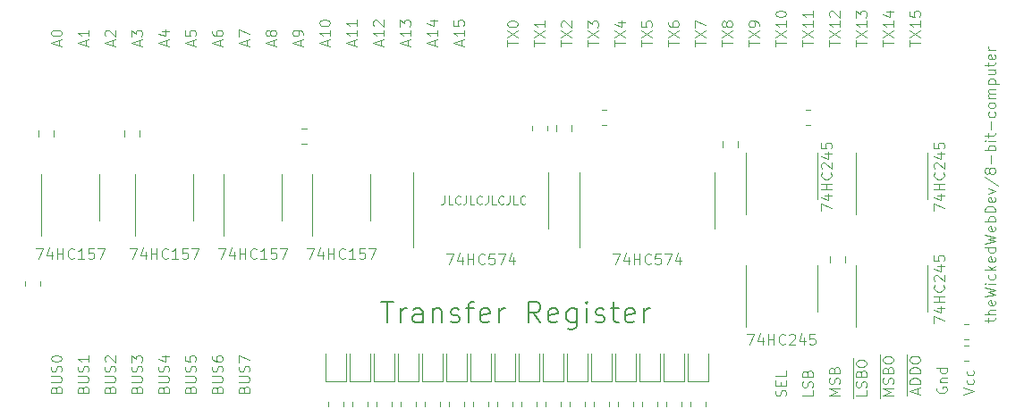
<source format=gbr>
%TF.GenerationSoftware,KiCad,Pcbnew,(5.1.10-1-10_14)*%
%TF.CreationDate,2021-11-14T12:12:58-05:00*%
%TF.ProjectId,transfer-register,7472616e-7366-4657-922d-726567697374,rev?*%
%TF.SameCoordinates,Original*%
%TF.FileFunction,Legend,Top*%
%TF.FilePolarity,Positive*%
%FSLAX46Y46*%
G04 Gerber Fmt 4.6, Leading zero omitted, Abs format (unit mm)*
G04 Created by KiCad (PCBNEW (5.1.10-1-10_14)) date 2021-11-14 12:12:58*
%MOMM*%
%LPD*%
G01*
G04 APERTURE LIST*
%ADD10C,0.100000*%
%ADD11C,0.150000*%
%ADD12C,0.120000*%
G04 APERTURE END LIST*
D10*
X85204761Y-80841904D02*
X85204761Y-81413333D01*
X85166666Y-81527619D01*
X85090476Y-81603809D01*
X84976190Y-81641904D01*
X84900000Y-81641904D01*
X85966666Y-81641904D02*
X85585714Y-81641904D01*
X85585714Y-80841904D01*
X86690476Y-81565714D02*
X86652380Y-81603809D01*
X86538095Y-81641904D01*
X86461904Y-81641904D01*
X86347619Y-81603809D01*
X86271428Y-81527619D01*
X86233333Y-81451428D01*
X86195238Y-81299047D01*
X86195238Y-81184761D01*
X86233333Y-81032380D01*
X86271428Y-80956190D01*
X86347619Y-80880000D01*
X86461904Y-80841904D01*
X86538095Y-80841904D01*
X86652380Y-80880000D01*
X86690476Y-80918095D01*
X87261904Y-80841904D02*
X87261904Y-81413333D01*
X87223809Y-81527619D01*
X87147619Y-81603809D01*
X87033333Y-81641904D01*
X86957142Y-81641904D01*
X88023809Y-81641904D02*
X87642857Y-81641904D01*
X87642857Y-80841904D01*
X88747619Y-81565714D02*
X88709523Y-81603809D01*
X88595238Y-81641904D01*
X88519047Y-81641904D01*
X88404761Y-81603809D01*
X88328571Y-81527619D01*
X88290476Y-81451428D01*
X88252380Y-81299047D01*
X88252380Y-81184761D01*
X88290476Y-81032380D01*
X88328571Y-80956190D01*
X88404761Y-80880000D01*
X88519047Y-80841904D01*
X88595238Y-80841904D01*
X88709523Y-80880000D01*
X88747619Y-80918095D01*
X89319047Y-80841904D02*
X89319047Y-81413333D01*
X89280952Y-81527619D01*
X89204761Y-81603809D01*
X89090476Y-81641904D01*
X89014285Y-81641904D01*
X90080952Y-81641904D02*
X89700000Y-81641904D01*
X89700000Y-80841904D01*
X90804761Y-81565714D02*
X90766666Y-81603809D01*
X90652380Y-81641904D01*
X90576190Y-81641904D01*
X90461904Y-81603809D01*
X90385714Y-81527619D01*
X90347619Y-81451428D01*
X90309523Y-81299047D01*
X90309523Y-81184761D01*
X90347619Y-81032380D01*
X90385714Y-80956190D01*
X90461904Y-80880000D01*
X90576190Y-80841904D01*
X90652380Y-80841904D01*
X90766666Y-80880000D01*
X90804761Y-80918095D01*
X91376190Y-80841904D02*
X91376190Y-81413333D01*
X91338095Y-81527619D01*
X91261904Y-81603809D01*
X91147619Y-81641904D01*
X91071428Y-81641904D01*
X92138095Y-81641904D02*
X91757142Y-81641904D01*
X91757142Y-80841904D01*
X92861904Y-81565714D02*
X92823809Y-81603809D01*
X92709523Y-81641904D01*
X92633333Y-81641904D01*
X92519047Y-81603809D01*
X92442857Y-81527619D01*
X92404761Y-81451428D01*
X92366666Y-81299047D01*
X92366666Y-81184761D01*
X92404761Y-81032380D01*
X92442857Y-80956190D01*
X92519047Y-80880000D01*
X92633333Y-80841904D01*
X92709523Y-80841904D01*
X92823809Y-80880000D01*
X92861904Y-80918095D01*
X136691714Y-92803761D02*
X136691714Y-92422809D01*
X136358380Y-92660904D02*
X137215523Y-92660904D01*
X137310761Y-92613285D01*
X137358380Y-92518047D01*
X137358380Y-92422809D01*
X137358380Y-92089476D02*
X136358380Y-92089476D01*
X137358380Y-91660904D02*
X136834571Y-91660904D01*
X136739333Y-91708523D01*
X136691714Y-91803761D01*
X136691714Y-91946619D01*
X136739333Y-92041857D01*
X136786952Y-92089476D01*
X137310761Y-90803761D02*
X137358380Y-90899000D01*
X137358380Y-91089476D01*
X137310761Y-91184714D01*
X137215523Y-91232333D01*
X136834571Y-91232333D01*
X136739333Y-91184714D01*
X136691714Y-91089476D01*
X136691714Y-90899000D01*
X136739333Y-90803761D01*
X136834571Y-90756142D01*
X136929809Y-90756142D01*
X137025047Y-91232333D01*
X136358380Y-90422809D02*
X137358380Y-90184714D01*
X136644095Y-89994238D01*
X137358380Y-89803761D01*
X136358380Y-89565666D01*
X137358380Y-89184714D02*
X136691714Y-89184714D01*
X136358380Y-89184714D02*
X136406000Y-89232333D01*
X136453619Y-89184714D01*
X136406000Y-89137095D01*
X136358380Y-89184714D01*
X136453619Y-89184714D01*
X137310761Y-88279952D02*
X137358380Y-88375190D01*
X137358380Y-88565666D01*
X137310761Y-88660904D01*
X137263142Y-88708523D01*
X137167904Y-88756142D01*
X136882190Y-88756142D01*
X136786952Y-88708523D01*
X136739333Y-88660904D01*
X136691714Y-88565666D01*
X136691714Y-88375190D01*
X136739333Y-88279952D01*
X137358380Y-87851380D02*
X136358380Y-87851380D01*
X136977428Y-87756142D02*
X137358380Y-87470428D01*
X136691714Y-87470428D02*
X137072666Y-87851380D01*
X137310761Y-86660904D02*
X137358380Y-86756142D01*
X137358380Y-86946619D01*
X137310761Y-87041857D01*
X137215523Y-87089476D01*
X136834571Y-87089476D01*
X136739333Y-87041857D01*
X136691714Y-86946619D01*
X136691714Y-86756142D01*
X136739333Y-86660904D01*
X136834571Y-86613285D01*
X136929809Y-86613285D01*
X137025047Y-87089476D01*
X137358380Y-85756142D02*
X136358380Y-85756142D01*
X137310761Y-85756142D02*
X137358380Y-85851380D01*
X137358380Y-86041857D01*
X137310761Y-86137095D01*
X137263142Y-86184714D01*
X137167904Y-86232333D01*
X136882190Y-86232333D01*
X136786952Y-86184714D01*
X136739333Y-86137095D01*
X136691714Y-86041857D01*
X136691714Y-85851380D01*
X136739333Y-85756142D01*
X136358380Y-85375190D02*
X137358380Y-85137095D01*
X136644095Y-84946619D01*
X137358380Y-84756142D01*
X136358380Y-84518047D01*
X137310761Y-83756142D02*
X137358380Y-83851380D01*
X137358380Y-84041857D01*
X137310761Y-84137095D01*
X137215523Y-84184714D01*
X136834571Y-84184714D01*
X136739333Y-84137095D01*
X136691714Y-84041857D01*
X136691714Y-83851380D01*
X136739333Y-83756142D01*
X136834571Y-83708523D01*
X136929809Y-83708523D01*
X137025047Y-84184714D01*
X137358380Y-83279952D02*
X136358380Y-83279952D01*
X136739333Y-83279952D02*
X136691714Y-83184714D01*
X136691714Y-82994238D01*
X136739333Y-82899000D01*
X136786952Y-82851380D01*
X136882190Y-82803761D01*
X137167904Y-82803761D01*
X137263142Y-82851380D01*
X137310761Y-82899000D01*
X137358380Y-82994238D01*
X137358380Y-83184714D01*
X137310761Y-83279952D01*
X137358380Y-82375190D02*
X136358380Y-82375190D01*
X136358380Y-82137095D01*
X136406000Y-81994238D01*
X136501238Y-81899000D01*
X136596476Y-81851380D01*
X136786952Y-81803761D01*
X136929809Y-81803761D01*
X137120285Y-81851380D01*
X137215523Y-81899000D01*
X137310761Y-81994238D01*
X137358380Y-82137095D01*
X137358380Y-82375190D01*
X137310761Y-80994238D02*
X137358380Y-81089476D01*
X137358380Y-81279952D01*
X137310761Y-81375190D01*
X137215523Y-81422809D01*
X136834571Y-81422809D01*
X136739333Y-81375190D01*
X136691714Y-81279952D01*
X136691714Y-81089476D01*
X136739333Y-80994238D01*
X136834571Y-80946619D01*
X136929809Y-80946619D01*
X137025047Y-81422809D01*
X136691714Y-80613285D02*
X137358380Y-80375190D01*
X136691714Y-80137095D01*
X136310761Y-79041857D02*
X137596476Y-79899000D01*
X136786952Y-78565666D02*
X136739333Y-78660904D01*
X136691714Y-78708523D01*
X136596476Y-78756142D01*
X136548857Y-78756142D01*
X136453619Y-78708523D01*
X136406000Y-78660904D01*
X136358380Y-78565666D01*
X136358380Y-78375190D01*
X136406000Y-78279952D01*
X136453619Y-78232333D01*
X136548857Y-78184714D01*
X136596476Y-78184714D01*
X136691714Y-78232333D01*
X136739333Y-78279952D01*
X136786952Y-78375190D01*
X136786952Y-78565666D01*
X136834571Y-78660904D01*
X136882190Y-78708523D01*
X136977428Y-78756142D01*
X137167904Y-78756142D01*
X137263142Y-78708523D01*
X137310761Y-78660904D01*
X137358380Y-78565666D01*
X137358380Y-78375190D01*
X137310761Y-78279952D01*
X137263142Y-78232333D01*
X137167904Y-78184714D01*
X136977428Y-78184714D01*
X136882190Y-78232333D01*
X136834571Y-78279952D01*
X136786952Y-78375190D01*
X136977428Y-77756142D02*
X136977428Y-76994238D01*
X137358380Y-76518047D02*
X136358380Y-76518047D01*
X136739333Y-76518047D02*
X136691714Y-76422809D01*
X136691714Y-76232333D01*
X136739333Y-76137095D01*
X136786952Y-76089476D01*
X136882190Y-76041857D01*
X137167904Y-76041857D01*
X137263142Y-76089476D01*
X137310761Y-76137095D01*
X137358380Y-76232333D01*
X137358380Y-76422809D01*
X137310761Y-76518047D01*
X137358380Y-75613285D02*
X136691714Y-75613285D01*
X136358380Y-75613285D02*
X136406000Y-75660904D01*
X136453619Y-75613285D01*
X136406000Y-75565666D01*
X136358380Y-75613285D01*
X136453619Y-75613285D01*
X136691714Y-75279952D02*
X136691714Y-74899000D01*
X136358380Y-75137095D02*
X137215523Y-75137095D01*
X137310761Y-75089476D01*
X137358380Y-74994238D01*
X137358380Y-74899000D01*
X136977428Y-74565666D02*
X136977428Y-73803761D01*
X137310761Y-72899000D02*
X137358380Y-72994238D01*
X137358380Y-73184714D01*
X137310761Y-73279952D01*
X137263142Y-73327571D01*
X137167904Y-73375190D01*
X136882190Y-73375190D01*
X136786952Y-73327571D01*
X136739333Y-73279952D01*
X136691714Y-73184714D01*
X136691714Y-72994238D01*
X136739333Y-72899000D01*
X137358380Y-72327571D02*
X137310761Y-72422809D01*
X137263142Y-72470428D01*
X137167904Y-72518047D01*
X136882190Y-72518047D01*
X136786952Y-72470428D01*
X136739333Y-72422809D01*
X136691714Y-72327571D01*
X136691714Y-72184714D01*
X136739333Y-72089476D01*
X136786952Y-72041857D01*
X136882190Y-71994238D01*
X137167904Y-71994238D01*
X137263142Y-72041857D01*
X137310761Y-72089476D01*
X137358380Y-72184714D01*
X137358380Y-72327571D01*
X137358380Y-71565666D02*
X136691714Y-71565666D01*
X136786952Y-71565666D02*
X136739333Y-71518047D01*
X136691714Y-71422809D01*
X136691714Y-71279952D01*
X136739333Y-71184714D01*
X136834571Y-71137095D01*
X137358380Y-71137095D01*
X136834571Y-71137095D02*
X136739333Y-71089476D01*
X136691714Y-70994238D01*
X136691714Y-70851380D01*
X136739333Y-70756142D01*
X136834571Y-70708523D01*
X137358380Y-70708523D01*
X136691714Y-70232333D02*
X137691714Y-70232333D01*
X136739333Y-70232333D02*
X136691714Y-70137095D01*
X136691714Y-69946619D01*
X136739333Y-69851380D01*
X136786952Y-69803761D01*
X136882190Y-69756142D01*
X137167904Y-69756142D01*
X137263142Y-69803761D01*
X137310761Y-69851380D01*
X137358380Y-69946619D01*
X137358380Y-70137095D01*
X137310761Y-70232333D01*
X136691714Y-68899000D02*
X137358380Y-68899000D01*
X136691714Y-69327571D02*
X137215523Y-69327571D01*
X137310761Y-69279952D01*
X137358380Y-69184714D01*
X137358380Y-69041857D01*
X137310761Y-68946619D01*
X137263142Y-68899000D01*
X136691714Y-68565666D02*
X136691714Y-68184714D01*
X136358380Y-68422809D02*
X137215523Y-68422809D01*
X137310761Y-68375190D01*
X137358380Y-68279952D01*
X137358380Y-68184714D01*
X137310761Y-67470428D02*
X137358380Y-67565666D01*
X137358380Y-67756142D01*
X137310761Y-67851380D01*
X137215523Y-67899000D01*
X136834571Y-67899000D01*
X136739333Y-67851380D01*
X136691714Y-67756142D01*
X136691714Y-67565666D01*
X136739333Y-67470428D01*
X136834571Y-67422809D01*
X136929809Y-67422809D01*
X137025047Y-67899000D01*
X137358380Y-66994238D02*
X136691714Y-66994238D01*
X136882190Y-66994238D02*
X136786952Y-66946619D01*
X136739333Y-66899000D01*
X136691714Y-66803761D01*
X136691714Y-66708523D01*
D11*
X79233714Y-90852761D02*
X80376571Y-90852761D01*
X79805142Y-92852761D02*
X79805142Y-90852761D01*
X81043238Y-92852761D02*
X81043238Y-91519428D01*
X81043238Y-91900380D02*
X81138476Y-91709904D01*
X81233714Y-91614666D01*
X81424190Y-91519428D01*
X81614666Y-91519428D01*
X83138476Y-92852761D02*
X83138476Y-91805142D01*
X83043238Y-91614666D01*
X82852761Y-91519428D01*
X82471809Y-91519428D01*
X82281333Y-91614666D01*
X83138476Y-92757523D02*
X82948000Y-92852761D01*
X82471809Y-92852761D01*
X82281333Y-92757523D01*
X82186095Y-92567047D01*
X82186095Y-92376571D01*
X82281333Y-92186095D01*
X82471809Y-92090857D01*
X82948000Y-92090857D01*
X83138476Y-91995619D01*
X84090857Y-91519428D02*
X84090857Y-92852761D01*
X84090857Y-91709904D02*
X84186095Y-91614666D01*
X84376571Y-91519428D01*
X84662285Y-91519428D01*
X84852761Y-91614666D01*
X84948000Y-91805142D01*
X84948000Y-92852761D01*
X85805142Y-92757523D02*
X85995619Y-92852761D01*
X86376571Y-92852761D01*
X86567047Y-92757523D01*
X86662285Y-92567047D01*
X86662285Y-92471809D01*
X86567047Y-92281333D01*
X86376571Y-92186095D01*
X86090857Y-92186095D01*
X85900380Y-92090857D01*
X85805142Y-91900380D01*
X85805142Y-91805142D01*
X85900380Y-91614666D01*
X86090857Y-91519428D01*
X86376571Y-91519428D01*
X86567047Y-91614666D01*
X87233714Y-91519428D02*
X87995619Y-91519428D01*
X87519428Y-92852761D02*
X87519428Y-91138476D01*
X87614666Y-90948000D01*
X87805142Y-90852761D01*
X87995619Y-90852761D01*
X89424190Y-92757523D02*
X89233714Y-92852761D01*
X88852761Y-92852761D01*
X88662285Y-92757523D01*
X88567047Y-92567047D01*
X88567047Y-91805142D01*
X88662285Y-91614666D01*
X88852761Y-91519428D01*
X89233714Y-91519428D01*
X89424190Y-91614666D01*
X89519428Y-91805142D01*
X89519428Y-91995619D01*
X88567047Y-92186095D01*
X90376571Y-92852761D02*
X90376571Y-91519428D01*
X90376571Y-91900380D02*
X90471809Y-91709904D01*
X90567047Y-91614666D01*
X90757523Y-91519428D01*
X90948000Y-91519428D01*
X94281333Y-92852761D02*
X93614666Y-91900380D01*
X93138476Y-92852761D02*
X93138476Y-90852761D01*
X93900380Y-90852761D01*
X94090857Y-90948000D01*
X94186095Y-91043238D01*
X94281333Y-91233714D01*
X94281333Y-91519428D01*
X94186095Y-91709904D01*
X94090857Y-91805142D01*
X93900380Y-91900380D01*
X93138476Y-91900380D01*
X95900380Y-92757523D02*
X95709904Y-92852761D01*
X95328952Y-92852761D01*
X95138476Y-92757523D01*
X95043238Y-92567047D01*
X95043238Y-91805142D01*
X95138476Y-91614666D01*
X95328952Y-91519428D01*
X95709904Y-91519428D01*
X95900380Y-91614666D01*
X95995619Y-91805142D01*
X95995619Y-91995619D01*
X95043238Y-92186095D01*
X97709904Y-91519428D02*
X97709904Y-93138476D01*
X97614666Y-93328952D01*
X97519428Y-93424190D01*
X97328952Y-93519428D01*
X97043238Y-93519428D01*
X96852761Y-93424190D01*
X97709904Y-92757523D02*
X97519428Y-92852761D01*
X97138476Y-92852761D01*
X96948000Y-92757523D01*
X96852761Y-92662285D01*
X96757523Y-92471809D01*
X96757523Y-91900380D01*
X96852761Y-91709904D01*
X96948000Y-91614666D01*
X97138476Y-91519428D01*
X97519428Y-91519428D01*
X97709904Y-91614666D01*
X98662285Y-92852761D02*
X98662285Y-91519428D01*
X98662285Y-90852761D02*
X98567047Y-90948000D01*
X98662285Y-91043238D01*
X98757523Y-90948000D01*
X98662285Y-90852761D01*
X98662285Y-91043238D01*
X99519428Y-92757523D02*
X99709904Y-92852761D01*
X100090857Y-92852761D01*
X100281333Y-92757523D01*
X100376571Y-92567047D01*
X100376571Y-92471809D01*
X100281333Y-92281333D01*
X100090857Y-92186095D01*
X99805142Y-92186095D01*
X99614666Y-92090857D01*
X99519428Y-91900380D01*
X99519428Y-91805142D01*
X99614666Y-91614666D01*
X99805142Y-91519428D01*
X100090857Y-91519428D01*
X100281333Y-91614666D01*
X100948000Y-91519428D02*
X101709904Y-91519428D01*
X101233714Y-90852761D02*
X101233714Y-92567047D01*
X101328952Y-92757523D01*
X101519428Y-92852761D01*
X101709904Y-92852761D01*
X103138476Y-92757523D02*
X102948000Y-92852761D01*
X102567047Y-92852761D01*
X102376571Y-92757523D01*
X102281333Y-92567047D01*
X102281333Y-91805142D01*
X102376571Y-91614666D01*
X102567047Y-91519428D01*
X102948000Y-91519428D01*
X103138476Y-91614666D01*
X103233714Y-91805142D01*
X103233714Y-91995619D01*
X102281333Y-92186095D01*
X104090857Y-92852761D02*
X104090857Y-91519428D01*
X104090857Y-91900380D02*
X104186095Y-91709904D01*
X104281333Y-91614666D01*
X104471809Y-91519428D01*
X104662285Y-91519428D01*
D10*
X134326380Y-99661761D02*
X135326380Y-99328428D01*
X134326380Y-98995095D01*
X135278761Y-98233190D02*
X135326380Y-98328428D01*
X135326380Y-98518904D01*
X135278761Y-98614142D01*
X135231142Y-98661761D01*
X135135904Y-98709380D01*
X134850190Y-98709380D01*
X134754952Y-98661761D01*
X134707333Y-98614142D01*
X134659714Y-98518904D01*
X134659714Y-98328428D01*
X134707333Y-98233190D01*
X135278761Y-97376047D02*
X135326380Y-97471285D01*
X135326380Y-97661761D01*
X135278761Y-97757000D01*
X135231142Y-97804619D01*
X135135904Y-97852238D01*
X134850190Y-97852238D01*
X134754952Y-97804619D01*
X134707333Y-97757000D01*
X134659714Y-97661761D01*
X134659714Y-97471285D01*
X134707333Y-97376047D01*
X131834000Y-98995095D02*
X131786380Y-99090333D01*
X131786380Y-99233190D01*
X131834000Y-99376047D01*
X131929238Y-99471285D01*
X132024476Y-99518904D01*
X132214952Y-99566523D01*
X132357809Y-99566523D01*
X132548285Y-99518904D01*
X132643523Y-99471285D01*
X132738761Y-99376047D01*
X132786380Y-99233190D01*
X132786380Y-99137952D01*
X132738761Y-98995095D01*
X132691142Y-98947476D01*
X132357809Y-98947476D01*
X132357809Y-99137952D01*
X132119714Y-98518904D02*
X132786380Y-98518904D01*
X132214952Y-98518904D02*
X132167333Y-98471285D01*
X132119714Y-98376047D01*
X132119714Y-98233190D01*
X132167333Y-98137952D01*
X132262571Y-98090333D01*
X132786380Y-98090333D01*
X132786380Y-97185571D02*
X131786380Y-97185571D01*
X132738761Y-97185571D02*
X132786380Y-97280809D01*
X132786380Y-97471285D01*
X132738761Y-97566523D01*
X132691142Y-97614142D01*
X132595904Y-97661761D01*
X132310190Y-97661761D01*
X132214952Y-97614142D01*
X132167333Y-97566523D01*
X132119714Y-97471285D01*
X132119714Y-97280809D01*
X132167333Y-97185571D01*
X128944000Y-99757000D02*
X128944000Y-98899857D01*
X129960666Y-99566523D02*
X129960666Y-99090333D01*
X130246380Y-99661761D02*
X129246380Y-99328428D01*
X130246380Y-98995095D01*
X128944000Y-98899857D02*
X128944000Y-97899857D01*
X130246380Y-98661761D02*
X129246380Y-98661761D01*
X129246380Y-98423666D01*
X129294000Y-98280809D01*
X129389238Y-98185571D01*
X129484476Y-98137952D01*
X129674952Y-98090333D01*
X129817809Y-98090333D01*
X130008285Y-98137952D01*
X130103523Y-98185571D01*
X130198761Y-98280809D01*
X130246380Y-98423666D01*
X130246380Y-98661761D01*
X128944000Y-97899857D02*
X128944000Y-96899857D01*
X130246380Y-97661761D02*
X129246380Y-97661761D01*
X129246380Y-97423666D01*
X129294000Y-97280809D01*
X129389238Y-97185571D01*
X129484476Y-97137952D01*
X129674952Y-97090333D01*
X129817809Y-97090333D01*
X130008285Y-97137952D01*
X130103523Y-97185571D01*
X130198761Y-97280809D01*
X130246380Y-97423666D01*
X130246380Y-97661761D01*
X128944000Y-96899857D02*
X128944000Y-95852238D01*
X129246380Y-96471285D02*
X129246380Y-96280809D01*
X129294000Y-96185571D01*
X129389238Y-96090333D01*
X129579714Y-96042714D01*
X129913047Y-96042714D01*
X130103523Y-96090333D01*
X130198761Y-96185571D01*
X130246380Y-96280809D01*
X130246380Y-96471285D01*
X130198761Y-96566523D01*
X130103523Y-96661761D01*
X129913047Y-96709380D01*
X129579714Y-96709380D01*
X129389238Y-96661761D01*
X129294000Y-96566523D01*
X129246380Y-96471285D01*
X126404000Y-100011000D02*
X126404000Y-98868142D01*
X127706380Y-99772904D02*
X126706380Y-99772904D01*
X127420666Y-99439571D01*
X126706380Y-99106238D01*
X127706380Y-99106238D01*
X126404000Y-98868142D02*
X126404000Y-97915761D01*
X127658761Y-98677666D02*
X127706380Y-98534809D01*
X127706380Y-98296714D01*
X127658761Y-98201476D01*
X127611142Y-98153857D01*
X127515904Y-98106238D01*
X127420666Y-98106238D01*
X127325428Y-98153857D01*
X127277809Y-98201476D01*
X127230190Y-98296714D01*
X127182571Y-98487190D01*
X127134952Y-98582428D01*
X127087333Y-98630047D01*
X126992095Y-98677666D01*
X126896857Y-98677666D01*
X126801619Y-98630047D01*
X126754000Y-98582428D01*
X126706380Y-98487190D01*
X126706380Y-98249095D01*
X126754000Y-98106238D01*
X126404000Y-97915761D02*
X126404000Y-96915761D01*
X127182571Y-97344333D02*
X127230190Y-97201476D01*
X127277809Y-97153857D01*
X127373047Y-97106238D01*
X127515904Y-97106238D01*
X127611142Y-97153857D01*
X127658761Y-97201476D01*
X127706380Y-97296714D01*
X127706380Y-97677666D01*
X126706380Y-97677666D01*
X126706380Y-97344333D01*
X126754000Y-97249095D01*
X126801619Y-97201476D01*
X126896857Y-97153857D01*
X126992095Y-97153857D01*
X127087333Y-97201476D01*
X127134952Y-97249095D01*
X127182571Y-97344333D01*
X127182571Y-97677666D01*
X126404000Y-96915761D02*
X126404000Y-95868142D01*
X126706380Y-96487190D02*
X126706380Y-96296714D01*
X126754000Y-96201476D01*
X126849238Y-96106238D01*
X127039714Y-96058619D01*
X127373047Y-96058619D01*
X127563523Y-96106238D01*
X127658761Y-96201476D01*
X127706380Y-96296714D01*
X127706380Y-96487190D01*
X127658761Y-96582428D01*
X127563523Y-96677666D01*
X127373047Y-96725285D01*
X127039714Y-96725285D01*
X126849238Y-96677666D01*
X126754000Y-96582428D01*
X126706380Y-96487190D01*
X123864000Y-100011000D02*
X123864000Y-99201476D01*
X125166380Y-99296714D02*
X125166380Y-99772904D01*
X124166380Y-99772904D01*
X123864000Y-99201476D02*
X123864000Y-98249095D01*
X125118761Y-99011000D02*
X125166380Y-98868142D01*
X125166380Y-98630047D01*
X125118761Y-98534809D01*
X125071142Y-98487190D01*
X124975904Y-98439571D01*
X124880666Y-98439571D01*
X124785428Y-98487190D01*
X124737809Y-98534809D01*
X124690190Y-98630047D01*
X124642571Y-98820523D01*
X124594952Y-98915761D01*
X124547333Y-98963380D01*
X124452095Y-99011000D01*
X124356857Y-99011000D01*
X124261619Y-98963380D01*
X124214000Y-98915761D01*
X124166380Y-98820523D01*
X124166380Y-98582428D01*
X124214000Y-98439571D01*
X123864000Y-98249095D02*
X123864000Y-97249095D01*
X124642571Y-97677666D02*
X124690190Y-97534809D01*
X124737809Y-97487190D01*
X124833047Y-97439571D01*
X124975904Y-97439571D01*
X125071142Y-97487190D01*
X125118761Y-97534809D01*
X125166380Y-97630047D01*
X125166380Y-98011000D01*
X124166380Y-98011000D01*
X124166380Y-97677666D01*
X124214000Y-97582428D01*
X124261619Y-97534809D01*
X124356857Y-97487190D01*
X124452095Y-97487190D01*
X124547333Y-97534809D01*
X124594952Y-97582428D01*
X124642571Y-97677666D01*
X124642571Y-98011000D01*
X123864000Y-97249095D02*
X123864000Y-96201476D01*
X124166380Y-96820523D02*
X124166380Y-96630047D01*
X124214000Y-96534809D01*
X124309238Y-96439571D01*
X124499714Y-96391952D01*
X124833047Y-96391952D01*
X125023523Y-96439571D01*
X125118761Y-96534809D01*
X125166380Y-96630047D01*
X125166380Y-96820523D01*
X125118761Y-96915761D01*
X125023523Y-97011000D01*
X124833047Y-97058619D01*
X124499714Y-97058619D01*
X124309238Y-97011000D01*
X124214000Y-96915761D01*
X124166380Y-96820523D01*
X122626380Y-99772904D02*
X121626380Y-99772904D01*
X122340666Y-99439571D01*
X121626380Y-99106238D01*
X122626380Y-99106238D01*
X122578761Y-98677666D02*
X122626380Y-98534809D01*
X122626380Y-98296714D01*
X122578761Y-98201476D01*
X122531142Y-98153857D01*
X122435904Y-98106238D01*
X122340666Y-98106238D01*
X122245428Y-98153857D01*
X122197809Y-98201476D01*
X122150190Y-98296714D01*
X122102571Y-98487190D01*
X122054952Y-98582428D01*
X122007333Y-98630047D01*
X121912095Y-98677666D01*
X121816857Y-98677666D01*
X121721619Y-98630047D01*
X121674000Y-98582428D01*
X121626380Y-98487190D01*
X121626380Y-98249095D01*
X121674000Y-98106238D01*
X122102571Y-97344333D02*
X122150190Y-97201476D01*
X122197809Y-97153857D01*
X122293047Y-97106238D01*
X122435904Y-97106238D01*
X122531142Y-97153857D01*
X122578761Y-97201476D01*
X122626380Y-97296714D01*
X122626380Y-97677666D01*
X121626380Y-97677666D01*
X121626380Y-97344333D01*
X121674000Y-97249095D01*
X121721619Y-97201476D01*
X121816857Y-97153857D01*
X121912095Y-97153857D01*
X122007333Y-97201476D01*
X122054952Y-97249095D01*
X122102571Y-97344333D01*
X122102571Y-97677666D01*
X120086380Y-99296714D02*
X120086380Y-99772904D01*
X119086380Y-99772904D01*
X120038761Y-99011000D02*
X120086380Y-98868142D01*
X120086380Y-98630047D01*
X120038761Y-98534809D01*
X119991142Y-98487190D01*
X119895904Y-98439571D01*
X119800666Y-98439571D01*
X119705428Y-98487190D01*
X119657809Y-98534809D01*
X119610190Y-98630047D01*
X119562571Y-98820523D01*
X119514952Y-98915761D01*
X119467333Y-98963380D01*
X119372095Y-99011000D01*
X119276857Y-99011000D01*
X119181619Y-98963380D01*
X119134000Y-98915761D01*
X119086380Y-98820523D01*
X119086380Y-98582428D01*
X119134000Y-98439571D01*
X119562571Y-97677666D02*
X119610190Y-97534809D01*
X119657809Y-97487190D01*
X119753047Y-97439571D01*
X119895904Y-97439571D01*
X119991142Y-97487190D01*
X120038761Y-97534809D01*
X120086380Y-97630047D01*
X120086380Y-98011000D01*
X119086380Y-98011000D01*
X119086380Y-97677666D01*
X119134000Y-97582428D01*
X119181619Y-97534809D01*
X119276857Y-97487190D01*
X119372095Y-97487190D01*
X119467333Y-97534809D01*
X119514952Y-97582428D01*
X119562571Y-97677666D01*
X119562571Y-98011000D01*
X117498761Y-99820523D02*
X117546380Y-99677666D01*
X117546380Y-99439571D01*
X117498761Y-99344333D01*
X117451142Y-99296714D01*
X117355904Y-99249095D01*
X117260666Y-99249095D01*
X117165428Y-99296714D01*
X117117809Y-99344333D01*
X117070190Y-99439571D01*
X117022571Y-99630047D01*
X116974952Y-99725285D01*
X116927333Y-99772904D01*
X116832095Y-99820523D01*
X116736857Y-99820523D01*
X116641619Y-99772904D01*
X116594000Y-99725285D01*
X116546380Y-99630047D01*
X116546380Y-99391952D01*
X116594000Y-99249095D01*
X117022571Y-98820523D02*
X117022571Y-98487190D01*
X117546380Y-98344333D02*
X117546380Y-98820523D01*
X116546380Y-98820523D01*
X116546380Y-98344333D01*
X117546380Y-97439571D02*
X117546380Y-97915761D01*
X116546380Y-97915761D01*
X66222571Y-99185571D02*
X66270190Y-99042714D01*
X66317809Y-98995095D01*
X66413047Y-98947476D01*
X66555904Y-98947476D01*
X66651142Y-98995095D01*
X66698761Y-99042714D01*
X66746380Y-99137952D01*
X66746380Y-99518904D01*
X65746380Y-99518904D01*
X65746380Y-99185571D01*
X65794000Y-99090333D01*
X65841619Y-99042714D01*
X65936857Y-98995095D01*
X66032095Y-98995095D01*
X66127333Y-99042714D01*
X66174952Y-99090333D01*
X66222571Y-99185571D01*
X66222571Y-99518904D01*
X65746380Y-98518904D02*
X66555904Y-98518904D01*
X66651142Y-98471285D01*
X66698761Y-98423666D01*
X66746380Y-98328428D01*
X66746380Y-98137952D01*
X66698761Y-98042714D01*
X66651142Y-97995095D01*
X66555904Y-97947476D01*
X65746380Y-97947476D01*
X66698761Y-97518904D02*
X66746380Y-97376047D01*
X66746380Y-97137952D01*
X66698761Y-97042714D01*
X66651142Y-96995095D01*
X66555904Y-96947476D01*
X66460666Y-96947476D01*
X66365428Y-96995095D01*
X66317809Y-97042714D01*
X66270190Y-97137952D01*
X66222571Y-97328428D01*
X66174952Y-97423666D01*
X66127333Y-97471285D01*
X66032095Y-97518904D01*
X65936857Y-97518904D01*
X65841619Y-97471285D01*
X65794000Y-97423666D01*
X65746380Y-97328428D01*
X65746380Y-97090333D01*
X65794000Y-96947476D01*
X65746380Y-96614142D02*
X65746380Y-95947476D01*
X66746380Y-96376047D01*
X63682571Y-99185571D02*
X63730190Y-99042714D01*
X63777809Y-98995095D01*
X63873047Y-98947476D01*
X64015904Y-98947476D01*
X64111142Y-98995095D01*
X64158761Y-99042714D01*
X64206380Y-99137952D01*
X64206380Y-99518904D01*
X63206380Y-99518904D01*
X63206380Y-99185571D01*
X63254000Y-99090333D01*
X63301619Y-99042714D01*
X63396857Y-98995095D01*
X63492095Y-98995095D01*
X63587333Y-99042714D01*
X63634952Y-99090333D01*
X63682571Y-99185571D01*
X63682571Y-99518904D01*
X63206380Y-98518904D02*
X64015904Y-98518904D01*
X64111142Y-98471285D01*
X64158761Y-98423666D01*
X64206380Y-98328428D01*
X64206380Y-98137952D01*
X64158761Y-98042714D01*
X64111142Y-97995095D01*
X64015904Y-97947476D01*
X63206380Y-97947476D01*
X64158761Y-97518904D02*
X64206380Y-97376047D01*
X64206380Y-97137952D01*
X64158761Y-97042714D01*
X64111142Y-96995095D01*
X64015904Y-96947476D01*
X63920666Y-96947476D01*
X63825428Y-96995095D01*
X63777809Y-97042714D01*
X63730190Y-97137952D01*
X63682571Y-97328428D01*
X63634952Y-97423666D01*
X63587333Y-97471285D01*
X63492095Y-97518904D01*
X63396857Y-97518904D01*
X63301619Y-97471285D01*
X63254000Y-97423666D01*
X63206380Y-97328428D01*
X63206380Y-97090333D01*
X63254000Y-96947476D01*
X63206380Y-96090333D02*
X63206380Y-96280809D01*
X63254000Y-96376047D01*
X63301619Y-96423666D01*
X63444476Y-96518904D01*
X63634952Y-96566523D01*
X64015904Y-96566523D01*
X64111142Y-96518904D01*
X64158761Y-96471285D01*
X64206380Y-96376047D01*
X64206380Y-96185571D01*
X64158761Y-96090333D01*
X64111142Y-96042714D01*
X64015904Y-95995095D01*
X63777809Y-95995095D01*
X63682571Y-96042714D01*
X63634952Y-96090333D01*
X63587333Y-96185571D01*
X63587333Y-96376047D01*
X63634952Y-96471285D01*
X63682571Y-96518904D01*
X63777809Y-96566523D01*
X61142571Y-99185571D02*
X61190190Y-99042714D01*
X61237809Y-98995095D01*
X61333047Y-98947476D01*
X61475904Y-98947476D01*
X61571142Y-98995095D01*
X61618761Y-99042714D01*
X61666380Y-99137952D01*
X61666380Y-99518904D01*
X60666380Y-99518904D01*
X60666380Y-99185571D01*
X60714000Y-99090333D01*
X60761619Y-99042714D01*
X60856857Y-98995095D01*
X60952095Y-98995095D01*
X61047333Y-99042714D01*
X61094952Y-99090333D01*
X61142571Y-99185571D01*
X61142571Y-99518904D01*
X60666380Y-98518904D02*
X61475904Y-98518904D01*
X61571142Y-98471285D01*
X61618761Y-98423666D01*
X61666380Y-98328428D01*
X61666380Y-98137952D01*
X61618761Y-98042714D01*
X61571142Y-97995095D01*
X61475904Y-97947476D01*
X60666380Y-97947476D01*
X61618761Y-97518904D02*
X61666380Y-97376047D01*
X61666380Y-97137952D01*
X61618761Y-97042714D01*
X61571142Y-96995095D01*
X61475904Y-96947476D01*
X61380666Y-96947476D01*
X61285428Y-96995095D01*
X61237809Y-97042714D01*
X61190190Y-97137952D01*
X61142571Y-97328428D01*
X61094952Y-97423666D01*
X61047333Y-97471285D01*
X60952095Y-97518904D01*
X60856857Y-97518904D01*
X60761619Y-97471285D01*
X60714000Y-97423666D01*
X60666380Y-97328428D01*
X60666380Y-97090333D01*
X60714000Y-96947476D01*
X60666380Y-96042714D02*
X60666380Y-96518904D01*
X61142571Y-96566523D01*
X61094952Y-96518904D01*
X61047333Y-96423666D01*
X61047333Y-96185571D01*
X61094952Y-96090333D01*
X61142571Y-96042714D01*
X61237809Y-95995095D01*
X61475904Y-95995095D01*
X61571142Y-96042714D01*
X61618761Y-96090333D01*
X61666380Y-96185571D01*
X61666380Y-96423666D01*
X61618761Y-96518904D01*
X61571142Y-96566523D01*
X58602571Y-99185571D02*
X58650190Y-99042714D01*
X58697809Y-98995095D01*
X58793047Y-98947476D01*
X58935904Y-98947476D01*
X59031142Y-98995095D01*
X59078761Y-99042714D01*
X59126380Y-99137952D01*
X59126380Y-99518904D01*
X58126380Y-99518904D01*
X58126380Y-99185571D01*
X58174000Y-99090333D01*
X58221619Y-99042714D01*
X58316857Y-98995095D01*
X58412095Y-98995095D01*
X58507333Y-99042714D01*
X58554952Y-99090333D01*
X58602571Y-99185571D01*
X58602571Y-99518904D01*
X58126380Y-98518904D02*
X58935904Y-98518904D01*
X59031142Y-98471285D01*
X59078761Y-98423666D01*
X59126380Y-98328428D01*
X59126380Y-98137952D01*
X59078761Y-98042714D01*
X59031142Y-97995095D01*
X58935904Y-97947476D01*
X58126380Y-97947476D01*
X59078761Y-97518904D02*
X59126380Y-97376047D01*
X59126380Y-97137952D01*
X59078761Y-97042714D01*
X59031142Y-96995095D01*
X58935904Y-96947476D01*
X58840666Y-96947476D01*
X58745428Y-96995095D01*
X58697809Y-97042714D01*
X58650190Y-97137952D01*
X58602571Y-97328428D01*
X58554952Y-97423666D01*
X58507333Y-97471285D01*
X58412095Y-97518904D01*
X58316857Y-97518904D01*
X58221619Y-97471285D01*
X58174000Y-97423666D01*
X58126380Y-97328428D01*
X58126380Y-97090333D01*
X58174000Y-96947476D01*
X58459714Y-96090333D02*
X59126380Y-96090333D01*
X58078761Y-96328428D02*
X58793047Y-96566523D01*
X58793047Y-95947476D01*
X56062571Y-99185571D02*
X56110190Y-99042714D01*
X56157809Y-98995095D01*
X56253047Y-98947476D01*
X56395904Y-98947476D01*
X56491142Y-98995095D01*
X56538761Y-99042714D01*
X56586380Y-99137952D01*
X56586380Y-99518904D01*
X55586380Y-99518904D01*
X55586380Y-99185571D01*
X55634000Y-99090333D01*
X55681619Y-99042714D01*
X55776857Y-98995095D01*
X55872095Y-98995095D01*
X55967333Y-99042714D01*
X56014952Y-99090333D01*
X56062571Y-99185571D01*
X56062571Y-99518904D01*
X55586380Y-98518904D02*
X56395904Y-98518904D01*
X56491142Y-98471285D01*
X56538761Y-98423666D01*
X56586380Y-98328428D01*
X56586380Y-98137952D01*
X56538761Y-98042714D01*
X56491142Y-97995095D01*
X56395904Y-97947476D01*
X55586380Y-97947476D01*
X56538761Y-97518904D02*
X56586380Y-97376047D01*
X56586380Y-97137952D01*
X56538761Y-97042714D01*
X56491142Y-96995095D01*
X56395904Y-96947476D01*
X56300666Y-96947476D01*
X56205428Y-96995095D01*
X56157809Y-97042714D01*
X56110190Y-97137952D01*
X56062571Y-97328428D01*
X56014952Y-97423666D01*
X55967333Y-97471285D01*
X55872095Y-97518904D01*
X55776857Y-97518904D01*
X55681619Y-97471285D01*
X55634000Y-97423666D01*
X55586380Y-97328428D01*
X55586380Y-97090333D01*
X55634000Y-96947476D01*
X55586380Y-96614142D02*
X55586380Y-95995095D01*
X55967333Y-96328428D01*
X55967333Y-96185571D01*
X56014952Y-96090333D01*
X56062571Y-96042714D01*
X56157809Y-95995095D01*
X56395904Y-95995095D01*
X56491142Y-96042714D01*
X56538761Y-96090333D01*
X56586380Y-96185571D01*
X56586380Y-96471285D01*
X56538761Y-96566523D01*
X56491142Y-96614142D01*
X53522571Y-99185571D02*
X53570190Y-99042714D01*
X53617809Y-98995095D01*
X53713047Y-98947476D01*
X53855904Y-98947476D01*
X53951142Y-98995095D01*
X53998761Y-99042714D01*
X54046380Y-99137952D01*
X54046380Y-99518904D01*
X53046380Y-99518904D01*
X53046380Y-99185571D01*
X53094000Y-99090333D01*
X53141619Y-99042714D01*
X53236857Y-98995095D01*
X53332095Y-98995095D01*
X53427333Y-99042714D01*
X53474952Y-99090333D01*
X53522571Y-99185571D01*
X53522571Y-99518904D01*
X53046380Y-98518904D02*
X53855904Y-98518904D01*
X53951142Y-98471285D01*
X53998761Y-98423666D01*
X54046380Y-98328428D01*
X54046380Y-98137952D01*
X53998761Y-98042714D01*
X53951142Y-97995095D01*
X53855904Y-97947476D01*
X53046380Y-97947476D01*
X53998761Y-97518904D02*
X54046380Y-97376047D01*
X54046380Y-97137952D01*
X53998761Y-97042714D01*
X53951142Y-96995095D01*
X53855904Y-96947476D01*
X53760666Y-96947476D01*
X53665428Y-96995095D01*
X53617809Y-97042714D01*
X53570190Y-97137952D01*
X53522571Y-97328428D01*
X53474952Y-97423666D01*
X53427333Y-97471285D01*
X53332095Y-97518904D01*
X53236857Y-97518904D01*
X53141619Y-97471285D01*
X53094000Y-97423666D01*
X53046380Y-97328428D01*
X53046380Y-97090333D01*
X53094000Y-96947476D01*
X53141619Y-96566523D02*
X53094000Y-96518904D01*
X53046380Y-96423666D01*
X53046380Y-96185571D01*
X53094000Y-96090333D01*
X53141619Y-96042714D01*
X53236857Y-95995095D01*
X53332095Y-95995095D01*
X53474952Y-96042714D01*
X54046380Y-96614142D01*
X54046380Y-95995095D01*
X50982571Y-99185571D02*
X51030190Y-99042714D01*
X51077809Y-98995095D01*
X51173047Y-98947476D01*
X51315904Y-98947476D01*
X51411142Y-98995095D01*
X51458761Y-99042714D01*
X51506380Y-99137952D01*
X51506380Y-99518904D01*
X50506380Y-99518904D01*
X50506380Y-99185571D01*
X50554000Y-99090333D01*
X50601619Y-99042714D01*
X50696857Y-98995095D01*
X50792095Y-98995095D01*
X50887333Y-99042714D01*
X50934952Y-99090333D01*
X50982571Y-99185571D01*
X50982571Y-99518904D01*
X50506380Y-98518904D02*
X51315904Y-98518904D01*
X51411142Y-98471285D01*
X51458761Y-98423666D01*
X51506380Y-98328428D01*
X51506380Y-98137952D01*
X51458761Y-98042714D01*
X51411142Y-97995095D01*
X51315904Y-97947476D01*
X50506380Y-97947476D01*
X51458761Y-97518904D02*
X51506380Y-97376047D01*
X51506380Y-97137952D01*
X51458761Y-97042714D01*
X51411142Y-96995095D01*
X51315904Y-96947476D01*
X51220666Y-96947476D01*
X51125428Y-96995095D01*
X51077809Y-97042714D01*
X51030190Y-97137952D01*
X50982571Y-97328428D01*
X50934952Y-97423666D01*
X50887333Y-97471285D01*
X50792095Y-97518904D01*
X50696857Y-97518904D01*
X50601619Y-97471285D01*
X50554000Y-97423666D01*
X50506380Y-97328428D01*
X50506380Y-97090333D01*
X50554000Y-96947476D01*
X51506380Y-95995095D02*
X51506380Y-96566523D01*
X51506380Y-96280809D02*
X50506380Y-96280809D01*
X50649238Y-96376047D01*
X50744476Y-96471285D01*
X50792095Y-96566523D01*
X48442571Y-99185571D02*
X48490190Y-99042714D01*
X48537809Y-98995095D01*
X48633047Y-98947476D01*
X48775904Y-98947476D01*
X48871142Y-98995095D01*
X48918761Y-99042714D01*
X48966380Y-99137952D01*
X48966380Y-99518904D01*
X47966380Y-99518904D01*
X47966380Y-99185571D01*
X48014000Y-99090333D01*
X48061619Y-99042714D01*
X48156857Y-98995095D01*
X48252095Y-98995095D01*
X48347333Y-99042714D01*
X48394952Y-99090333D01*
X48442571Y-99185571D01*
X48442571Y-99518904D01*
X47966380Y-98518904D02*
X48775904Y-98518904D01*
X48871142Y-98471285D01*
X48918761Y-98423666D01*
X48966380Y-98328428D01*
X48966380Y-98137952D01*
X48918761Y-98042714D01*
X48871142Y-97995095D01*
X48775904Y-97947476D01*
X47966380Y-97947476D01*
X48918761Y-97518904D02*
X48966380Y-97376047D01*
X48966380Y-97137952D01*
X48918761Y-97042714D01*
X48871142Y-96995095D01*
X48775904Y-96947476D01*
X48680666Y-96947476D01*
X48585428Y-96995095D01*
X48537809Y-97042714D01*
X48490190Y-97137952D01*
X48442571Y-97328428D01*
X48394952Y-97423666D01*
X48347333Y-97471285D01*
X48252095Y-97518904D01*
X48156857Y-97518904D01*
X48061619Y-97471285D01*
X48014000Y-97423666D01*
X47966380Y-97328428D01*
X47966380Y-97090333D01*
X48014000Y-96947476D01*
X47966380Y-96328428D02*
X47966380Y-96233190D01*
X48014000Y-96137952D01*
X48061619Y-96090333D01*
X48156857Y-96042714D01*
X48347333Y-95995095D01*
X48585428Y-95995095D01*
X48775904Y-96042714D01*
X48871142Y-96090333D01*
X48918761Y-96137952D01*
X48966380Y-96233190D01*
X48966380Y-96328428D01*
X48918761Y-96423666D01*
X48871142Y-96471285D01*
X48775904Y-96518904D01*
X48585428Y-96566523D01*
X48347333Y-96566523D01*
X48156857Y-96518904D01*
X48061619Y-96471285D01*
X48014000Y-96423666D01*
X47966380Y-96328428D01*
X129246380Y-66641761D02*
X129246380Y-66070333D01*
X130246380Y-66356047D02*
X129246380Y-66356047D01*
X129246380Y-65832238D02*
X130246380Y-65165571D01*
X129246380Y-65165571D02*
X130246380Y-65832238D01*
X130246380Y-64260809D02*
X130246380Y-64832238D01*
X130246380Y-64546523D02*
X129246380Y-64546523D01*
X129389238Y-64641761D01*
X129484476Y-64737000D01*
X129532095Y-64832238D01*
X129246380Y-63356047D02*
X129246380Y-63832238D01*
X129722571Y-63879857D01*
X129674952Y-63832238D01*
X129627333Y-63737000D01*
X129627333Y-63498904D01*
X129674952Y-63403666D01*
X129722571Y-63356047D01*
X129817809Y-63308428D01*
X130055904Y-63308428D01*
X130151142Y-63356047D01*
X130198761Y-63403666D01*
X130246380Y-63498904D01*
X130246380Y-63737000D01*
X130198761Y-63832238D01*
X130151142Y-63879857D01*
X126706380Y-66641761D02*
X126706380Y-66070333D01*
X127706380Y-66356047D02*
X126706380Y-66356047D01*
X126706380Y-65832238D02*
X127706380Y-65165571D01*
X126706380Y-65165571D02*
X127706380Y-65832238D01*
X127706380Y-64260809D02*
X127706380Y-64832238D01*
X127706380Y-64546523D02*
X126706380Y-64546523D01*
X126849238Y-64641761D01*
X126944476Y-64737000D01*
X126992095Y-64832238D01*
X127039714Y-63403666D02*
X127706380Y-63403666D01*
X126658761Y-63641761D02*
X127373047Y-63879857D01*
X127373047Y-63260809D01*
X124166380Y-66641761D02*
X124166380Y-66070333D01*
X125166380Y-66356047D02*
X124166380Y-66356047D01*
X124166380Y-65832238D02*
X125166380Y-65165571D01*
X124166380Y-65165571D02*
X125166380Y-65832238D01*
X125166380Y-64260809D02*
X125166380Y-64832238D01*
X125166380Y-64546523D02*
X124166380Y-64546523D01*
X124309238Y-64641761D01*
X124404476Y-64737000D01*
X124452095Y-64832238D01*
X124166380Y-63927476D02*
X124166380Y-63308428D01*
X124547333Y-63641761D01*
X124547333Y-63498904D01*
X124594952Y-63403666D01*
X124642571Y-63356047D01*
X124737809Y-63308428D01*
X124975904Y-63308428D01*
X125071142Y-63356047D01*
X125118761Y-63403666D01*
X125166380Y-63498904D01*
X125166380Y-63784619D01*
X125118761Y-63879857D01*
X125071142Y-63927476D01*
X121626380Y-66641761D02*
X121626380Y-66070333D01*
X122626380Y-66356047D02*
X121626380Y-66356047D01*
X121626380Y-65832238D02*
X122626380Y-65165571D01*
X121626380Y-65165571D02*
X122626380Y-65832238D01*
X122626380Y-64260809D02*
X122626380Y-64832238D01*
X122626380Y-64546523D02*
X121626380Y-64546523D01*
X121769238Y-64641761D01*
X121864476Y-64737000D01*
X121912095Y-64832238D01*
X121721619Y-63879857D02*
X121674000Y-63832238D01*
X121626380Y-63737000D01*
X121626380Y-63498904D01*
X121674000Y-63403666D01*
X121721619Y-63356047D01*
X121816857Y-63308428D01*
X121912095Y-63308428D01*
X122054952Y-63356047D01*
X122626380Y-63927476D01*
X122626380Y-63308428D01*
X119086380Y-66641761D02*
X119086380Y-66070333D01*
X120086380Y-66356047D02*
X119086380Y-66356047D01*
X119086380Y-65832238D02*
X120086380Y-65165571D01*
X119086380Y-65165571D02*
X120086380Y-65832238D01*
X120086380Y-64260809D02*
X120086380Y-64832238D01*
X120086380Y-64546523D02*
X119086380Y-64546523D01*
X119229238Y-64641761D01*
X119324476Y-64737000D01*
X119372095Y-64832238D01*
X120086380Y-63308428D02*
X120086380Y-63879857D01*
X120086380Y-63594142D02*
X119086380Y-63594142D01*
X119229238Y-63689380D01*
X119324476Y-63784619D01*
X119372095Y-63879857D01*
X116546380Y-66641761D02*
X116546380Y-66070333D01*
X117546380Y-66356047D02*
X116546380Y-66356047D01*
X116546380Y-65832238D02*
X117546380Y-65165571D01*
X116546380Y-65165571D02*
X117546380Y-65832238D01*
X117546380Y-64260809D02*
X117546380Y-64832238D01*
X117546380Y-64546523D02*
X116546380Y-64546523D01*
X116689238Y-64641761D01*
X116784476Y-64737000D01*
X116832095Y-64832238D01*
X116546380Y-63641761D02*
X116546380Y-63546523D01*
X116594000Y-63451285D01*
X116641619Y-63403666D01*
X116736857Y-63356047D01*
X116927333Y-63308428D01*
X117165428Y-63308428D01*
X117355904Y-63356047D01*
X117451142Y-63403666D01*
X117498761Y-63451285D01*
X117546380Y-63546523D01*
X117546380Y-63641761D01*
X117498761Y-63737000D01*
X117451142Y-63784619D01*
X117355904Y-63832238D01*
X117165428Y-63879857D01*
X116927333Y-63879857D01*
X116736857Y-63832238D01*
X116641619Y-63784619D01*
X116594000Y-63737000D01*
X116546380Y-63641761D01*
X114006380Y-66641761D02*
X114006380Y-66070333D01*
X115006380Y-66356047D02*
X114006380Y-66356047D01*
X114006380Y-65832238D02*
X115006380Y-65165571D01*
X114006380Y-65165571D02*
X115006380Y-65832238D01*
X115006380Y-64737000D02*
X115006380Y-64546523D01*
X114958761Y-64451285D01*
X114911142Y-64403666D01*
X114768285Y-64308428D01*
X114577809Y-64260809D01*
X114196857Y-64260809D01*
X114101619Y-64308428D01*
X114054000Y-64356047D01*
X114006380Y-64451285D01*
X114006380Y-64641761D01*
X114054000Y-64737000D01*
X114101619Y-64784619D01*
X114196857Y-64832238D01*
X114434952Y-64832238D01*
X114530190Y-64784619D01*
X114577809Y-64737000D01*
X114625428Y-64641761D01*
X114625428Y-64451285D01*
X114577809Y-64356047D01*
X114530190Y-64308428D01*
X114434952Y-64260809D01*
X111466380Y-66641761D02*
X111466380Y-66070333D01*
X112466380Y-66356047D02*
X111466380Y-66356047D01*
X111466380Y-65832238D02*
X112466380Y-65165571D01*
X111466380Y-65165571D02*
X112466380Y-65832238D01*
X111894952Y-64641761D02*
X111847333Y-64737000D01*
X111799714Y-64784619D01*
X111704476Y-64832238D01*
X111656857Y-64832238D01*
X111561619Y-64784619D01*
X111514000Y-64737000D01*
X111466380Y-64641761D01*
X111466380Y-64451285D01*
X111514000Y-64356047D01*
X111561619Y-64308428D01*
X111656857Y-64260809D01*
X111704476Y-64260809D01*
X111799714Y-64308428D01*
X111847333Y-64356047D01*
X111894952Y-64451285D01*
X111894952Y-64641761D01*
X111942571Y-64737000D01*
X111990190Y-64784619D01*
X112085428Y-64832238D01*
X112275904Y-64832238D01*
X112371142Y-64784619D01*
X112418761Y-64737000D01*
X112466380Y-64641761D01*
X112466380Y-64451285D01*
X112418761Y-64356047D01*
X112371142Y-64308428D01*
X112275904Y-64260809D01*
X112085428Y-64260809D01*
X111990190Y-64308428D01*
X111942571Y-64356047D01*
X111894952Y-64451285D01*
X108926380Y-66641761D02*
X108926380Y-66070333D01*
X109926380Y-66356047D02*
X108926380Y-66356047D01*
X108926380Y-65832238D02*
X109926380Y-65165571D01*
X108926380Y-65165571D02*
X109926380Y-65832238D01*
X108926380Y-64879857D02*
X108926380Y-64213190D01*
X109926380Y-64641761D01*
X106386380Y-66641761D02*
X106386380Y-66070333D01*
X107386380Y-66356047D02*
X106386380Y-66356047D01*
X106386380Y-65832238D02*
X107386380Y-65165571D01*
X106386380Y-65165571D02*
X107386380Y-65832238D01*
X106386380Y-64356047D02*
X106386380Y-64546523D01*
X106434000Y-64641761D01*
X106481619Y-64689380D01*
X106624476Y-64784619D01*
X106814952Y-64832238D01*
X107195904Y-64832238D01*
X107291142Y-64784619D01*
X107338761Y-64737000D01*
X107386380Y-64641761D01*
X107386380Y-64451285D01*
X107338761Y-64356047D01*
X107291142Y-64308428D01*
X107195904Y-64260809D01*
X106957809Y-64260809D01*
X106862571Y-64308428D01*
X106814952Y-64356047D01*
X106767333Y-64451285D01*
X106767333Y-64641761D01*
X106814952Y-64737000D01*
X106862571Y-64784619D01*
X106957809Y-64832238D01*
X103846380Y-66641761D02*
X103846380Y-66070333D01*
X104846380Y-66356047D02*
X103846380Y-66356047D01*
X103846380Y-65832238D02*
X104846380Y-65165571D01*
X103846380Y-65165571D02*
X104846380Y-65832238D01*
X103846380Y-64308428D02*
X103846380Y-64784619D01*
X104322571Y-64832238D01*
X104274952Y-64784619D01*
X104227333Y-64689380D01*
X104227333Y-64451285D01*
X104274952Y-64356047D01*
X104322571Y-64308428D01*
X104417809Y-64260809D01*
X104655904Y-64260809D01*
X104751142Y-64308428D01*
X104798761Y-64356047D01*
X104846380Y-64451285D01*
X104846380Y-64689380D01*
X104798761Y-64784619D01*
X104751142Y-64832238D01*
X101306380Y-66641761D02*
X101306380Y-66070333D01*
X102306380Y-66356047D02*
X101306380Y-66356047D01*
X101306380Y-65832238D02*
X102306380Y-65165571D01*
X101306380Y-65165571D02*
X102306380Y-65832238D01*
X101639714Y-64356047D02*
X102306380Y-64356047D01*
X101258761Y-64594142D02*
X101973047Y-64832238D01*
X101973047Y-64213190D01*
X98766380Y-66641761D02*
X98766380Y-66070333D01*
X99766380Y-66356047D02*
X98766380Y-66356047D01*
X98766380Y-65832238D02*
X99766380Y-65165571D01*
X98766380Y-65165571D02*
X99766380Y-65832238D01*
X98766380Y-64879857D02*
X98766380Y-64260809D01*
X99147333Y-64594142D01*
X99147333Y-64451285D01*
X99194952Y-64356047D01*
X99242571Y-64308428D01*
X99337809Y-64260809D01*
X99575904Y-64260809D01*
X99671142Y-64308428D01*
X99718761Y-64356047D01*
X99766380Y-64451285D01*
X99766380Y-64737000D01*
X99718761Y-64832238D01*
X99671142Y-64879857D01*
X96226380Y-66641761D02*
X96226380Y-66070333D01*
X97226380Y-66356047D02*
X96226380Y-66356047D01*
X96226380Y-65832238D02*
X97226380Y-65165571D01*
X96226380Y-65165571D02*
X97226380Y-65832238D01*
X96321619Y-64832238D02*
X96274000Y-64784619D01*
X96226380Y-64689380D01*
X96226380Y-64451285D01*
X96274000Y-64356047D01*
X96321619Y-64308428D01*
X96416857Y-64260809D01*
X96512095Y-64260809D01*
X96654952Y-64308428D01*
X97226380Y-64879857D01*
X97226380Y-64260809D01*
X93686380Y-66641761D02*
X93686380Y-66070333D01*
X94686380Y-66356047D02*
X93686380Y-66356047D01*
X93686380Y-65832238D02*
X94686380Y-65165571D01*
X93686380Y-65165571D02*
X94686380Y-65832238D01*
X94686380Y-64260809D02*
X94686380Y-64832238D01*
X94686380Y-64546523D02*
X93686380Y-64546523D01*
X93829238Y-64641761D01*
X93924476Y-64737000D01*
X93972095Y-64832238D01*
X91146380Y-66641761D02*
X91146380Y-66070333D01*
X92146380Y-66356047D02*
X91146380Y-66356047D01*
X91146380Y-65832238D02*
X92146380Y-65165571D01*
X91146380Y-65165571D02*
X92146380Y-65832238D01*
X91146380Y-64594142D02*
X91146380Y-64498904D01*
X91194000Y-64403666D01*
X91241619Y-64356047D01*
X91336857Y-64308428D01*
X91527333Y-64260809D01*
X91765428Y-64260809D01*
X91955904Y-64308428D01*
X92051142Y-64356047D01*
X92098761Y-64403666D01*
X92146380Y-64498904D01*
X92146380Y-64594142D01*
X92098761Y-64689380D01*
X92051142Y-64737000D01*
X91955904Y-64784619D01*
X91765428Y-64832238D01*
X91527333Y-64832238D01*
X91336857Y-64784619D01*
X91241619Y-64737000D01*
X91194000Y-64689380D01*
X91146380Y-64594142D01*
X86780666Y-66546523D02*
X86780666Y-66070333D01*
X87066380Y-66641761D02*
X86066380Y-66308428D01*
X87066380Y-65975095D01*
X87066380Y-65117952D02*
X87066380Y-65689380D01*
X87066380Y-65403666D02*
X86066380Y-65403666D01*
X86209238Y-65498904D01*
X86304476Y-65594142D01*
X86352095Y-65689380D01*
X86066380Y-64213190D02*
X86066380Y-64689380D01*
X86542571Y-64737000D01*
X86494952Y-64689380D01*
X86447333Y-64594142D01*
X86447333Y-64356047D01*
X86494952Y-64260809D01*
X86542571Y-64213190D01*
X86637809Y-64165571D01*
X86875904Y-64165571D01*
X86971142Y-64213190D01*
X87018761Y-64260809D01*
X87066380Y-64356047D01*
X87066380Y-64594142D01*
X87018761Y-64689380D01*
X86971142Y-64737000D01*
X84240666Y-66546523D02*
X84240666Y-66070333D01*
X84526380Y-66641761D02*
X83526380Y-66308428D01*
X84526380Y-65975095D01*
X84526380Y-65117952D02*
X84526380Y-65689380D01*
X84526380Y-65403666D02*
X83526380Y-65403666D01*
X83669238Y-65498904D01*
X83764476Y-65594142D01*
X83812095Y-65689380D01*
X83859714Y-64260809D02*
X84526380Y-64260809D01*
X83478761Y-64498904D02*
X84193047Y-64737000D01*
X84193047Y-64117952D01*
X81700666Y-66546523D02*
X81700666Y-66070333D01*
X81986380Y-66641761D02*
X80986380Y-66308428D01*
X81986380Y-65975095D01*
X81986380Y-65117952D02*
X81986380Y-65689380D01*
X81986380Y-65403666D02*
X80986380Y-65403666D01*
X81129238Y-65498904D01*
X81224476Y-65594142D01*
X81272095Y-65689380D01*
X80986380Y-64784619D02*
X80986380Y-64165571D01*
X81367333Y-64498904D01*
X81367333Y-64356047D01*
X81414952Y-64260809D01*
X81462571Y-64213190D01*
X81557809Y-64165571D01*
X81795904Y-64165571D01*
X81891142Y-64213190D01*
X81938761Y-64260809D01*
X81986380Y-64356047D01*
X81986380Y-64641761D01*
X81938761Y-64737000D01*
X81891142Y-64784619D01*
X79160666Y-66546523D02*
X79160666Y-66070333D01*
X79446380Y-66641761D02*
X78446380Y-66308428D01*
X79446380Y-65975095D01*
X79446380Y-65117952D02*
X79446380Y-65689380D01*
X79446380Y-65403666D02*
X78446380Y-65403666D01*
X78589238Y-65498904D01*
X78684476Y-65594142D01*
X78732095Y-65689380D01*
X78541619Y-64737000D02*
X78494000Y-64689380D01*
X78446380Y-64594142D01*
X78446380Y-64356047D01*
X78494000Y-64260809D01*
X78541619Y-64213190D01*
X78636857Y-64165571D01*
X78732095Y-64165571D01*
X78874952Y-64213190D01*
X79446380Y-64784619D01*
X79446380Y-64165571D01*
X76620666Y-66546523D02*
X76620666Y-66070333D01*
X76906380Y-66641761D02*
X75906380Y-66308428D01*
X76906380Y-65975095D01*
X76906380Y-65117952D02*
X76906380Y-65689380D01*
X76906380Y-65403666D02*
X75906380Y-65403666D01*
X76049238Y-65498904D01*
X76144476Y-65594142D01*
X76192095Y-65689380D01*
X76906380Y-64165571D02*
X76906380Y-64737000D01*
X76906380Y-64451285D02*
X75906380Y-64451285D01*
X76049238Y-64546523D01*
X76144476Y-64641761D01*
X76192095Y-64737000D01*
X74080666Y-66546523D02*
X74080666Y-66070333D01*
X74366380Y-66641761D02*
X73366380Y-66308428D01*
X74366380Y-65975095D01*
X74366380Y-65117952D02*
X74366380Y-65689380D01*
X74366380Y-65403666D02*
X73366380Y-65403666D01*
X73509238Y-65498904D01*
X73604476Y-65594142D01*
X73652095Y-65689380D01*
X73366380Y-64498904D02*
X73366380Y-64403666D01*
X73414000Y-64308428D01*
X73461619Y-64260809D01*
X73556857Y-64213190D01*
X73747333Y-64165571D01*
X73985428Y-64165571D01*
X74175904Y-64213190D01*
X74271142Y-64260809D01*
X74318761Y-64308428D01*
X74366380Y-64403666D01*
X74366380Y-64498904D01*
X74318761Y-64594142D01*
X74271142Y-64641761D01*
X74175904Y-64689380D01*
X73985428Y-64737000D01*
X73747333Y-64737000D01*
X73556857Y-64689380D01*
X73461619Y-64641761D01*
X73414000Y-64594142D01*
X73366380Y-64498904D01*
X71540666Y-66546523D02*
X71540666Y-66070333D01*
X71826380Y-66641761D02*
X70826380Y-66308428D01*
X71826380Y-65975095D01*
X71826380Y-65594142D02*
X71826380Y-65403666D01*
X71778761Y-65308428D01*
X71731142Y-65260809D01*
X71588285Y-65165571D01*
X71397809Y-65117952D01*
X71016857Y-65117952D01*
X70921619Y-65165571D01*
X70874000Y-65213190D01*
X70826380Y-65308428D01*
X70826380Y-65498904D01*
X70874000Y-65594142D01*
X70921619Y-65641761D01*
X71016857Y-65689380D01*
X71254952Y-65689380D01*
X71350190Y-65641761D01*
X71397809Y-65594142D01*
X71445428Y-65498904D01*
X71445428Y-65308428D01*
X71397809Y-65213190D01*
X71350190Y-65165571D01*
X71254952Y-65117952D01*
X69000666Y-66546523D02*
X69000666Y-66070333D01*
X69286380Y-66641761D02*
X68286380Y-66308428D01*
X69286380Y-65975095D01*
X68714952Y-65498904D02*
X68667333Y-65594142D01*
X68619714Y-65641761D01*
X68524476Y-65689380D01*
X68476857Y-65689380D01*
X68381619Y-65641761D01*
X68334000Y-65594142D01*
X68286380Y-65498904D01*
X68286380Y-65308428D01*
X68334000Y-65213190D01*
X68381619Y-65165571D01*
X68476857Y-65117952D01*
X68524476Y-65117952D01*
X68619714Y-65165571D01*
X68667333Y-65213190D01*
X68714952Y-65308428D01*
X68714952Y-65498904D01*
X68762571Y-65594142D01*
X68810190Y-65641761D01*
X68905428Y-65689380D01*
X69095904Y-65689380D01*
X69191142Y-65641761D01*
X69238761Y-65594142D01*
X69286380Y-65498904D01*
X69286380Y-65308428D01*
X69238761Y-65213190D01*
X69191142Y-65165571D01*
X69095904Y-65117952D01*
X68905428Y-65117952D01*
X68810190Y-65165571D01*
X68762571Y-65213190D01*
X68714952Y-65308428D01*
X66460666Y-66546523D02*
X66460666Y-66070333D01*
X66746380Y-66641761D02*
X65746380Y-66308428D01*
X66746380Y-65975095D01*
X65746380Y-65737000D02*
X65746380Y-65070333D01*
X66746380Y-65498904D01*
X63920666Y-66546523D02*
X63920666Y-66070333D01*
X64206380Y-66641761D02*
X63206380Y-66308428D01*
X64206380Y-65975095D01*
X63206380Y-65213190D02*
X63206380Y-65403666D01*
X63254000Y-65498904D01*
X63301619Y-65546523D01*
X63444476Y-65641761D01*
X63634952Y-65689380D01*
X64015904Y-65689380D01*
X64111142Y-65641761D01*
X64158761Y-65594142D01*
X64206380Y-65498904D01*
X64206380Y-65308428D01*
X64158761Y-65213190D01*
X64111142Y-65165571D01*
X64015904Y-65117952D01*
X63777809Y-65117952D01*
X63682571Y-65165571D01*
X63634952Y-65213190D01*
X63587333Y-65308428D01*
X63587333Y-65498904D01*
X63634952Y-65594142D01*
X63682571Y-65641761D01*
X63777809Y-65689380D01*
X61380666Y-66546523D02*
X61380666Y-66070333D01*
X61666380Y-66641761D02*
X60666380Y-66308428D01*
X61666380Y-65975095D01*
X60666380Y-65165571D02*
X60666380Y-65641761D01*
X61142571Y-65689380D01*
X61094952Y-65641761D01*
X61047333Y-65546523D01*
X61047333Y-65308428D01*
X61094952Y-65213190D01*
X61142571Y-65165571D01*
X61237809Y-65117952D01*
X61475904Y-65117952D01*
X61571142Y-65165571D01*
X61618761Y-65213190D01*
X61666380Y-65308428D01*
X61666380Y-65546523D01*
X61618761Y-65641761D01*
X61571142Y-65689380D01*
X58840666Y-66546523D02*
X58840666Y-66070333D01*
X59126380Y-66641761D02*
X58126380Y-66308428D01*
X59126380Y-65975095D01*
X58459714Y-65213190D02*
X59126380Y-65213190D01*
X58078761Y-65451285D02*
X58793047Y-65689380D01*
X58793047Y-65070333D01*
X56300666Y-66546523D02*
X56300666Y-66070333D01*
X56586380Y-66641761D02*
X55586380Y-66308428D01*
X56586380Y-65975095D01*
X55586380Y-65737000D02*
X55586380Y-65117952D01*
X55967333Y-65451285D01*
X55967333Y-65308428D01*
X56014952Y-65213190D01*
X56062571Y-65165571D01*
X56157809Y-65117952D01*
X56395904Y-65117952D01*
X56491142Y-65165571D01*
X56538761Y-65213190D01*
X56586380Y-65308428D01*
X56586380Y-65594142D01*
X56538761Y-65689380D01*
X56491142Y-65737000D01*
X53760666Y-66546523D02*
X53760666Y-66070333D01*
X54046380Y-66641761D02*
X53046380Y-66308428D01*
X54046380Y-65975095D01*
X53141619Y-65689380D02*
X53094000Y-65641761D01*
X53046380Y-65546523D01*
X53046380Y-65308428D01*
X53094000Y-65213190D01*
X53141619Y-65165571D01*
X53236857Y-65117952D01*
X53332095Y-65117952D01*
X53474952Y-65165571D01*
X54046380Y-65737000D01*
X54046380Y-65117952D01*
X51220666Y-66546523D02*
X51220666Y-66070333D01*
X51506380Y-66641761D02*
X50506380Y-66308428D01*
X51506380Y-65975095D01*
X51506380Y-65117952D02*
X51506380Y-65689380D01*
X51506380Y-65403666D02*
X50506380Y-65403666D01*
X50649238Y-65498904D01*
X50744476Y-65594142D01*
X50792095Y-65689380D01*
X48680666Y-66546523D02*
X48680666Y-66070333D01*
X48966380Y-66641761D02*
X47966380Y-66308428D01*
X48966380Y-65975095D01*
X47966380Y-65451285D02*
X47966380Y-65356047D01*
X48014000Y-65260809D01*
X48061619Y-65213190D01*
X48156857Y-65165571D01*
X48347333Y-65117952D01*
X48585428Y-65117952D01*
X48775904Y-65165571D01*
X48871142Y-65213190D01*
X48918761Y-65260809D01*
X48966380Y-65356047D01*
X48966380Y-65451285D01*
X48918761Y-65546523D01*
X48871142Y-65594142D01*
X48775904Y-65641761D01*
X48585428Y-65689380D01*
X48347333Y-65689380D01*
X48156857Y-65641761D01*
X48061619Y-65594142D01*
X48014000Y-65546523D01*
X47966380Y-65451285D01*
D12*
%TO.C,R22*%
X134847064Y-96493000D02*
X134392936Y-96493000D01*
X134847064Y-95023000D02*
X134392936Y-95023000D01*
%TO.C,R21*%
X119406936Y-72671000D02*
X119861064Y-72671000D01*
X119406936Y-74141000D02*
X119861064Y-74141000D01*
%TO.C,R20*%
X134847064Y-94461000D02*
X134392936Y-94461000D01*
X134847064Y-92991000D02*
X134392936Y-92991000D01*
%TO.C,R19*%
X100102936Y-72671000D02*
X100557064Y-72671000D01*
X100102936Y-74141000D02*
X100557064Y-74141000D01*
%TO.C,R18*%
X94969000Y-74194936D02*
X94969000Y-74649064D01*
X93499000Y-74194936D02*
X93499000Y-74649064D01*
%TO.C,R17*%
X45493000Y-89381064D02*
X45493000Y-88926936D01*
X46963000Y-89381064D02*
X46963000Y-88926936D01*
%TO.C,U7*%
X120479000Y-78994000D02*
X120479000Y-76794000D01*
X120479000Y-78994000D02*
X120479000Y-81194000D01*
X113709000Y-78994000D02*
X113709000Y-76794000D01*
X113709000Y-78994000D02*
X113709000Y-82594000D01*
%TO.C,R16*%
X109955000Y-100356936D02*
X109955000Y-100811064D01*
X108485000Y-100356936D02*
X108485000Y-100811064D01*
%TO.C,R15*%
X107669000Y-100356936D02*
X107669000Y-100811064D01*
X106199000Y-100356936D02*
X106199000Y-100811064D01*
%TO.C,R14*%
X105383000Y-100356936D02*
X105383000Y-100811064D01*
X103913000Y-100356936D02*
X103913000Y-100811064D01*
%TO.C,R13*%
X103097000Y-100356936D02*
X103097000Y-100811064D01*
X101627000Y-100356936D02*
X101627000Y-100811064D01*
%TO.C,R12*%
X100811000Y-100356936D02*
X100811000Y-100811064D01*
X99341000Y-100356936D02*
X99341000Y-100811064D01*
%TO.C,R11*%
X98525000Y-100356936D02*
X98525000Y-100811064D01*
X97055000Y-100356936D02*
X97055000Y-100811064D01*
%TO.C,R10*%
X96239000Y-100356936D02*
X96239000Y-100811064D01*
X94769000Y-100356936D02*
X94769000Y-100811064D01*
%TO.C,R9*%
X93953000Y-100356936D02*
X93953000Y-100811064D01*
X92483000Y-100356936D02*
X92483000Y-100811064D01*
%TO.C,R8*%
X91667000Y-100356936D02*
X91667000Y-100811064D01*
X90197000Y-100356936D02*
X90197000Y-100811064D01*
%TO.C,R7*%
X89381000Y-100356936D02*
X89381000Y-100811064D01*
X87911000Y-100356936D02*
X87911000Y-100811064D01*
%TO.C,R6*%
X87095000Y-100356936D02*
X87095000Y-100811064D01*
X85625000Y-100356936D02*
X85625000Y-100811064D01*
%TO.C,R5*%
X84809000Y-100356936D02*
X84809000Y-100811064D01*
X83339000Y-100356936D02*
X83339000Y-100811064D01*
%TO.C,R4*%
X82523000Y-100356936D02*
X82523000Y-100811064D01*
X81053000Y-100356936D02*
X81053000Y-100811064D01*
%TO.C,R3*%
X80237000Y-100356936D02*
X80237000Y-100811064D01*
X78767000Y-100356936D02*
X78767000Y-100811064D01*
%TO.C,R2*%
X77951000Y-100356936D02*
X77951000Y-100811064D01*
X76481000Y-100356936D02*
X76481000Y-100811064D01*
%TO.C,R1*%
X75665000Y-100356936D02*
X75665000Y-100811064D01*
X74195000Y-100356936D02*
X74195000Y-100811064D01*
%TO.C,D16*%
X108260000Y-95774000D02*
X108260000Y-98459000D01*
X108260000Y-98459000D02*
X110180000Y-98459000D01*
X110180000Y-98459000D02*
X110180000Y-95774000D01*
%TO.C,D15*%
X105974000Y-95774000D02*
X105974000Y-98459000D01*
X105974000Y-98459000D02*
X107894000Y-98459000D01*
X107894000Y-98459000D02*
X107894000Y-95774000D01*
%TO.C,D14*%
X103688000Y-95774000D02*
X103688000Y-98459000D01*
X103688000Y-98459000D02*
X105608000Y-98459000D01*
X105608000Y-98459000D02*
X105608000Y-95774000D01*
%TO.C,D13*%
X101402000Y-95774000D02*
X101402000Y-98459000D01*
X101402000Y-98459000D02*
X103322000Y-98459000D01*
X103322000Y-98459000D02*
X103322000Y-95774000D01*
%TO.C,D12*%
X99116000Y-95774000D02*
X99116000Y-98459000D01*
X99116000Y-98459000D02*
X101036000Y-98459000D01*
X101036000Y-98459000D02*
X101036000Y-95774000D01*
%TO.C,D11*%
X96830000Y-95774000D02*
X96830000Y-98459000D01*
X96830000Y-98459000D02*
X98750000Y-98459000D01*
X98750000Y-98459000D02*
X98750000Y-95774000D01*
%TO.C,D10*%
X94544000Y-95774000D02*
X94544000Y-98459000D01*
X94544000Y-98459000D02*
X96464000Y-98459000D01*
X96464000Y-98459000D02*
X96464000Y-95774000D01*
%TO.C,D9*%
X92258000Y-95774000D02*
X92258000Y-98459000D01*
X92258000Y-98459000D02*
X94178000Y-98459000D01*
X94178000Y-98459000D02*
X94178000Y-95774000D01*
%TO.C,D8*%
X89972000Y-95774000D02*
X89972000Y-98459000D01*
X89972000Y-98459000D02*
X91892000Y-98459000D01*
X91892000Y-98459000D02*
X91892000Y-95774000D01*
%TO.C,D7*%
X87686000Y-95774000D02*
X87686000Y-98459000D01*
X87686000Y-98459000D02*
X89606000Y-98459000D01*
X89606000Y-98459000D02*
X89606000Y-95774000D01*
%TO.C,D6*%
X85400000Y-95774000D02*
X85400000Y-98459000D01*
X85400000Y-98459000D02*
X87320000Y-98459000D01*
X87320000Y-98459000D02*
X87320000Y-95774000D01*
%TO.C,D5*%
X83114000Y-95774000D02*
X83114000Y-98459000D01*
X83114000Y-98459000D02*
X85034000Y-98459000D01*
X85034000Y-98459000D02*
X85034000Y-95774000D01*
%TO.C,D4*%
X80828000Y-95774000D02*
X80828000Y-98459000D01*
X80828000Y-98459000D02*
X82748000Y-98459000D01*
X82748000Y-98459000D02*
X82748000Y-95774000D01*
%TO.C,D3*%
X78542000Y-95774000D02*
X78542000Y-98459000D01*
X78542000Y-98459000D02*
X80462000Y-98459000D01*
X80462000Y-98459000D02*
X80462000Y-95774000D01*
%TO.C,D2*%
X76256000Y-95774000D02*
X76256000Y-98459000D01*
X76256000Y-98459000D02*
X78176000Y-98459000D01*
X78176000Y-98459000D02*
X78176000Y-95774000D01*
%TO.C,D1*%
X73970000Y-95774000D02*
X73970000Y-98459000D01*
X73970000Y-98459000D02*
X75890000Y-98459000D01*
X75890000Y-98459000D02*
X75890000Y-95774000D01*
%TO.C,C6*%
X95785000Y-74683252D02*
X95785000Y-74160748D01*
X97255000Y-74683252D02*
X97255000Y-74160748D01*
%TO.C,C5*%
X113003000Y-75684748D02*
X113003000Y-76207252D01*
X111533000Y-75684748D02*
X111533000Y-76207252D01*
%TO.C,C4*%
X121693000Y-87129252D02*
X121693000Y-86606748D01*
X123163000Y-87129252D02*
X123163000Y-86606748D01*
%TO.C,C3*%
X71620748Y-74449000D02*
X72143252Y-74449000D01*
X71620748Y-75919000D02*
X72143252Y-75919000D01*
%TO.C,C2*%
X46763000Y-75191252D02*
X46763000Y-74668748D01*
X48233000Y-75191252D02*
X48233000Y-74668748D01*
%TO.C,C1*%
X54891000Y-75191252D02*
X54891000Y-74668748D01*
X56361000Y-75191252D02*
X56361000Y-74668748D01*
%TO.C,U10*%
X130893000Y-89662000D02*
X130893000Y-87462000D01*
X130893000Y-89662000D02*
X130893000Y-91862000D01*
X124123000Y-89662000D02*
X124123000Y-87462000D01*
X124123000Y-89662000D02*
X124123000Y-93262000D01*
%TO.C,U9*%
X120479000Y-89662000D02*
X120479000Y-87462000D01*
X120479000Y-89662000D02*
X120479000Y-91862000D01*
X113709000Y-89662000D02*
X113709000Y-87462000D01*
X113709000Y-89662000D02*
X113709000Y-93262000D01*
%TO.C,U8*%
X130893000Y-78994000D02*
X130893000Y-76794000D01*
X130893000Y-78994000D02*
X130893000Y-81194000D01*
X124123000Y-78994000D02*
X124123000Y-76794000D01*
X124123000Y-78994000D02*
X124123000Y-82594000D01*
%TO.C,U5*%
X110804000Y-81280000D02*
X110804000Y-78630000D01*
X110804000Y-81280000D02*
X110804000Y-83930000D01*
X97984000Y-81280000D02*
X97984000Y-78630000D01*
X97984000Y-81280000D02*
X97984000Y-85730000D01*
%TO.C,U3*%
X95056000Y-81280000D02*
X95056000Y-78630000D01*
X95056000Y-81280000D02*
X95056000Y-83930000D01*
X82236000Y-81280000D02*
X82236000Y-78630000D01*
X82236000Y-81280000D02*
X82236000Y-85730000D01*
%TO.C,U6*%
X78173000Y-81026000D02*
X78173000Y-78826000D01*
X78173000Y-81026000D02*
X78173000Y-83226000D01*
X72703000Y-81026000D02*
X72703000Y-78826000D01*
X72703000Y-81026000D02*
X72703000Y-84626000D01*
%TO.C,U4*%
X52519000Y-81026000D02*
X52519000Y-78826000D01*
X52519000Y-81026000D02*
X52519000Y-83226000D01*
X47049000Y-81026000D02*
X47049000Y-78826000D01*
X47049000Y-81026000D02*
X47049000Y-84626000D01*
%TO.C,U2*%
X61409000Y-81026000D02*
X61409000Y-78826000D01*
X61409000Y-81026000D02*
X61409000Y-83226000D01*
X55939000Y-81026000D02*
X55939000Y-78826000D01*
X55939000Y-81026000D02*
X55939000Y-84626000D01*
%TO.C,U1*%
X69791000Y-81026000D02*
X69791000Y-78826000D01*
X69791000Y-81026000D02*
X69791000Y-83226000D01*
X64321000Y-81026000D02*
X64321000Y-78826000D01*
X64321000Y-81026000D02*
X64321000Y-84626000D01*
%TO.C,U7*%
D10*
X120864380Y-82255904D02*
X120864380Y-81589238D01*
X121864380Y-82017809D01*
X121197714Y-80779714D02*
X121864380Y-80779714D01*
X120816761Y-81017809D02*
X121531047Y-81255904D01*
X121531047Y-80636857D01*
X121864380Y-80255904D02*
X120864380Y-80255904D01*
X121340571Y-80255904D02*
X121340571Y-79684476D01*
X121864380Y-79684476D02*
X120864380Y-79684476D01*
X121769142Y-78636857D02*
X121816761Y-78684476D01*
X121864380Y-78827333D01*
X121864380Y-78922571D01*
X121816761Y-79065428D01*
X121721523Y-79160666D01*
X121626285Y-79208285D01*
X121435809Y-79255904D01*
X121292952Y-79255904D01*
X121102476Y-79208285D01*
X121007238Y-79160666D01*
X120912000Y-79065428D01*
X120864380Y-78922571D01*
X120864380Y-78827333D01*
X120912000Y-78684476D01*
X120959619Y-78636857D01*
X120959619Y-78255904D02*
X120912000Y-78208285D01*
X120864380Y-78113047D01*
X120864380Y-77874952D01*
X120912000Y-77779714D01*
X120959619Y-77732095D01*
X121054857Y-77684476D01*
X121150095Y-77684476D01*
X121292952Y-77732095D01*
X121864380Y-78303523D01*
X121864380Y-77684476D01*
X121197714Y-76827333D02*
X121864380Y-76827333D01*
X120816761Y-77065428D02*
X121531047Y-77303523D01*
X121531047Y-76684476D01*
X120864380Y-75827333D02*
X120864380Y-76303523D01*
X121340571Y-76351142D01*
X121292952Y-76303523D01*
X121245333Y-76208285D01*
X121245333Y-75970190D01*
X121292952Y-75874952D01*
X121340571Y-75827333D01*
X121435809Y-75779714D01*
X121673904Y-75779714D01*
X121769142Y-75827333D01*
X121816761Y-75874952D01*
X121864380Y-75970190D01*
X121864380Y-76208285D01*
X121816761Y-76303523D01*
X121769142Y-76351142D01*
%TO.C,U10*%
X131532380Y-92923904D02*
X131532380Y-92257238D01*
X132532380Y-92685809D01*
X131865714Y-91447714D02*
X132532380Y-91447714D01*
X131484761Y-91685809D02*
X132199047Y-91923904D01*
X132199047Y-91304857D01*
X132532380Y-90923904D02*
X131532380Y-90923904D01*
X132008571Y-90923904D02*
X132008571Y-90352476D01*
X132532380Y-90352476D02*
X131532380Y-90352476D01*
X132437142Y-89304857D02*
X132484761Y-89352476D01*
X132532380Y-89495333D01*
X132532380Y-89590571D01*
X132484761Y-89733428D01*
X132389523Y-89828666D01*
X132294285Y-89876285D01*
X132103809Y-89923904D01*
X131960952Y-89923904D01*
X131770476Y-89876285D01*
X131675238Y-89828666D01*
X131580000Y-89733428D01*
X131532380Y-89590571D01*
X131532380Y-89495333D01*
X131580000Y-89352476D01*
X131627619Y-89304857D01*
X131627619Y-88923904D02*
X131580000Y-88876285D01*
X131532380Y-88781047D01*
X131532380Y-88542952D01*
X131580000Y-88447714D01*
X131627619Y-88400095D01*
X131722857Y-88352476D01*
X131818095Y-88352476D01*
X131960952Y-88400095D01*
X132532380Y-88971523D01*
X132532380Y-88352476D01*
X131865714Y-87495333D02*
X132532380Y-87495333D01*
X131484761Y-87733428D02*
X132199047Y-87971523D01*
X132199047Y-87352476D01*
X131532380Y-86495333D02*
X131532380Y-86971523D01*
X132008571Y-87019142D01*
X131960952Y-86971523D01*
X131913333Y-86876285D01*
X131913333Y-86638190D01*
X131960952Y-86542952D01*
X132008571Y-86495333D01*
X132103809Y-86447714D01*
X132341904Y-86447714D01*
X132437142Y-86495333D01*
X132484761Y-86542952D01*
X132532380Y-86638190D01*
X132532380Y-86876285D01*
X132484761Y-86971523D01*
X132437142Y-87019142D01*
%TO.C,U9*%
X113832095Y-93940380D02*
X114498761Y-93940380D01*
X114070190Y-94940380D01*
X115308285Y-94273714D02*
X115308285Y-94940380D01*
X115070190Y-93892761D02*
X114832095Y-94607047D01*
X115451142Y-94607047D01*
X115832095Y-94940380D02*
X115832095Y-93940380D01*
X115832095Y-94416571D02*
X116403523Y-94416571D01*
X116403523Y-94940380D02*
X116403523Y-93940380D01*
X117451142Y-94845142D02*
X117403523Y-94892761D01*
X117260666Y-94940380D01*
X117165428Y-94940380D01*
X117022571Y-94892761D01*
X116927333Y-94797523D01*
X116879714Y-94702285D01*
X116832095Y-94511809D01*
X116832095Y-94368952D01*
X116879714Y-94178476D01*
X116927333Y-94083238D01*
X117022571Y-93988000D01*
X117165428Y-93940380D01*
X117260666Y-93940380D01*
X117403523Y-93988000D01*
X117451142Y-94035619D01*
X117832095Y-94035619D02*
X117879714Y-93988000D01*
X117974952Y-93940380D01*
X118213047Y-93940380D01*
X118308285Y-93988000D01*
X118355904Y-94035619D01*
X118403523Y-94130857D01*
X118403523Y-94226095D01*
X118355904Y-94368952D01*
X117784476Y-94940380D01*
X118403523Y-94940380D01*
X119260666Y-94273714D02*
X119260666Y-94940380D01*
X119022571Y-93892761D02*
X118784476Y-94607047D01*
X119403523Y-94607047D01*
X120260666Y-93940380D02*
X119784476Y-93940380D01*
X119736857Y-94416571D01*
X119784476Y-94368952D01*
X119879714Y-94321333D01*
X120117809Y-94321333D01*
X120213047Y-94368952D01*
X120260666Y-94416571D01*
X120308285Y-94511809D01*
X120308285Y-94749904D01*
X120260666Y-94845142D01*
X120213047Y-94892761D01*
X120117809Y-94940380D01*
X119879714Y-94940380D01*
X119784476Y-94892761D01*
X119736857Y-94845142D01*
%TO.C,U8*%
X131532380Y-82255904D02*
X131532380Y-81589238D01*
X132532380Y-82017809D01*
X131865714Y-80779714D02*
X132532380Y-80779714D01*
X131484761Y-81017809D02*
X132199047Y-81255904D01*
X132199047Y-80636857D01*
X132532380Y-80255904D02*
X131532380Y-80255904D01*
X132008571Y-80255904D02*
X132008571Y-79684476D01*
X132532380Y-79684476D02*
X131532380Y-79684476D01*
X132437142Y-78636857D02*
X132484761Y-78684476D01*
X132532380Y-78827333D01*
X132532380Y-78922571D01*
X132484761Y-79065428D01*
X132389523Y-79160666D01*
X132294285Y-79208285D01*
X132103809Y-79255904D01*
X131960952Y-79255904D01*
X131770476Y-79208285D01*
X131675238Y-79160666D01*
X131580000Y-79065428D01*
X131532380Y-78922571D01*
X131532380Y-78827333D01*
X131580000Y-78684476D01*
X131627619Y-78636857D01*
X131627619Y-78255904D02*
X131580000Y-78208285D01*
X131532380Y-78113047D01*
X131532380Y-77874952D01*
X131580000Y-77779714D01*
X131627619Y-77732095D01*
X131722857Y-77684476D01*
X131818095Y-77684476D01*
X131960952Y-77732095D01*
X132532380Y-78303523D01*
X132532380Y-77684476D01*
X131865714Y-76827333D02*
X132532380Y-76827333D01*
X131484761Y-77065428D02*
X132199047Y-77303523D01*
X132199047Y-76684476D01*
X131532380Y-75827333D02*
X131532380Y-76303523D01*
X132008571Y-76351142D01*
X131960952Y-76303523D01*
X131913333Y-76208285D01*
X131913333Y-75970190D01*
X131960952Y-75874952D01*
X132008571Y-75827333D01*
X132103809Y-75779714D01*
X132341904Y-75779714D01*
X132437142Y-75827333D01*
X132484761Y-75874952D01*
X132532380Y-75970190D01*
X132532380Y-76208285D01*
X132484761Y-76303523D01*
X132437142Y-76351142D01*
%TO.C,U5*%
X101132095Y-86320380D02*
X101798761Y-86320380D01*
X101370190Y-87320380D01*
X102608285Y-86653714D02*
X102608285Y-87320380D01*
X102370190Y-86272761D02*
X102132095Y-86987047D01*
X102751142Y-86987047D01*
X103132095Y-87320380D02*
X103132095Y-86320380D01*
X103132095Y-86796571D02*
X103703523Y-86796571D01*
X103703523Y-87320380D02*
X103703523Y-86320380D01*
X104751142Y-87225142D02*
X104703523Y-87272761D01*
X104560666Y-87320380D01*
X104465428Y-87320380D01*
X104322571Y-87272761D01*
X104227333Y-87177523D01*
X104179714Y-87082285D01*
X104132095Y-86891809D01*
X104132095Y-86748952D01*
X104179714Y-86558476D01*
X104227333Y-86463238D01*
X104322571Y-86368000D01*
X104465428Y-86320380D01*
X104560666Y-86320380D01*
X104703523Y-86368000D01*
X104751142Y-86415619D01*
X105655904Y-86320380D02*
X105179714Y-86320380D01*
X105132095Y-86796571D01*
X105179714Y-86748952D01*
X105274952Y-86701333D01*
X105513047Y-86701333D01*
X105608285Y-86748952D01*
X105655904Y-86796571D01*
X105703523Y-86891809D01*
X105703523Y-87129904D01*
X105655904Y-87225142D01*
X105608285Y-87272761D01*
X105513047Y-87320380D01*
X105274952Y-87320380D01*
X105179714Y-87272761D01*
X105132095Y-87225142D01*
X106036857Y-86320380D02*
X106703523Y-86320380D01*
X106274952Y-87320380D01*
X107513047Y-86653714D02*
X107513047Y-87320380D01*
X107274952Y-86272761D02*
X107036857Y-86987047D01*
X107655904Y-86987047D01*
%TO.C,U3*%
X85384095Y-86320380D02*
X86050761Y-86320380D01*
X85622190Y-87320380D01*
X86860285Y-86653714D02*
X86860285Y-87320380D01*
X86622190Y-86272761D02*
X86384095Y-86987047D01*
X87003142Y-86987047D01*
X87384095Y-87320380D02*
X87384095Y-86320380D01*
X87384095Y-86796571D02*
X87955523Y-86796571D01*
X87955523Y-87320380D02*
X87955523Y-86320380D01*
X89003142Y-87225142D02*
X88955523Y-87272761D01*
X88812666Y-87320380D01*
X88717428Y-87320380D01*
X88574571Y-87272761D01*
X88479333Y-87177523D01*
X88431714Y-87082285D01*
X88384095Y-86891809D01*
X88384095Y-86748952D01*
X88431714Y-86558476D01*
X88479333Y-86463238D01*
X88574571Y-86368000D01*
X88717428Y-86320380D01*
X88812666Y-86320380D01*
X88955523Y-86368000D01*
X89003142Y-86415619D01*
X89907904Y-86320380D02*
X89431714Y-86320380D01*
X89384095Y-86796571D01*
X89431714Y-86748952D01*
X89526952Y-86701333D01*
X89765047Y-86701333D01*
X89860285Y-86748952D01*
X89907904Y-86796571D01*
X89955523Y-86891809D01*
X89955523Y-87129904D01*
X89907904Y-87225142D01*
X89860285Y-87272761D01*
X89765047Y-87320380D01*
X89526952Y-87320380D01*
X89431714Y-87272761D01*
X89384095Y-87225142D01*
X90288857Y-86320380D02*
X90955523Y-86320380D01*
X90526952Y-87320380D01*
X91765047Y-86653714D02*
X91765047Y-87320380D01*
X91526952Y-86272761D02*
X91288857Y-86987047D01*
X91907904Y-86987047D01*
%TO.C,U6*%
X72176095Y-85812380D02*
X72842761Y-85812380D01*
X72414190Y-86812380D01*
X73652285Y-86145714D02*
X73652285Y-86812380D01*
X73414190Y-85764761D02*
X73176095Y-86479047D01*
X73795142Y-86479047D01*
X74176095Y-86812380D02*
X74176095Y-85812380D01*
X74176095Y-86288571D02*
X74747523Y-86288571D01*
X74747523Y-86812380D02*
X74747523Y-85812380D01*
X75795142Y-86717142D02*
X75747523Y-86764761D01*
X75604666Y-86812380D01*
X75509428Y-86812380D01*
X75366571Y-86764761D01*
X75271333Y-86669523D01*
X75223714Y-86574285D01*
X75176095Y-86383809D01*
X75176095Y-86240952D01*
X75223714Y-86050476D01*
X75271333Y-85955238D01*
X75366571Y-85860000D01*
X75509428Y-85812380D01*
X75604666Y-85812380D01*
X75747523Y-85860000D01*
X75795142Y-85907619D01*
X76747523Y-86812380D02*
X76176095Y-86812380D01*
X76461809Y-86812380D02*
X76461809Y-85812380D01*
X76366571Y-85955238D01*
X76271333Y-86050476D01*
X76176095Y-86098095D01*
X77652285Y-85812380D02*
X77176095Y-85812380D01*
X77128476Y-86288571D01*
X77176095Y-86240952D01*
X77271333Y-86193333D01*
X77509428Y-86193333D01*
X77604666Y-86240952D01*
X77652285Y-86288571D01*
X77699904Y-86383809D01*
X77699904Y-86621904D01*
X77652285Y-86717142D01*
X77604666Y-86764761D01*
X77509428Y-86812380D01*
X77271333Y-86812380D01*
X77176095Y-86764761D01*
X77128476Y-86717142D01*
X78033238Y-85812380D02*
X78699904Y-85812380D01*
X78271333Y-86812380D01*
%TO.C,U4*%
X46522095Y-85812380D02*
X47188761Y-85812380D01*
X46760190Y-86812380D01*
X47998285Y-86145714D02*
X47998285Y-86812380D01*
X47760190Y-85764761D02*
X47522095Y-86479047D01*
X48141142Y-86479047D01*
X48522095Y-86812380D02*
X48522095Y-85812380D01*
X48522095Y-86288571D02*
X49093523Y-86288571D01*
X49093523Y-86812380D02*
X49093523Y-85812380D01*
X50141142Y-86717142D02*
X50093523Y-86764761D01*
X49950666Y-86812380D01*
X49855428Y-86812380D01*
X49712571Y-86764761D01*
X49617333Y-86669523D01*
X49569714Y-86574285D01*
X49522095Y-86383809D01*
X49522095Y-86240952D01*
X49569714Y-86050476D01*
X49617333Y-85955238D01*
X49712571Y-85860000D01*
X49855428Y-85812380D01*
X49950666Y-85812380D01*
X50093523Y-85860000D01*
X50141142Y-85907619D01*
X51093523Y-86812380D02*
X50522095Y-86812380D01*
X50807809Y-86812380D02*
X50807809Y-85812380D01*
X50712571Y-85955238D01*
X50617333Y-86050476D01*
X50522095Y-86098095D01*
X51998285Y-85812380D02*
X51522095Y-85812380D01*
X51474476Y-86288571D01*
X51522095Y-86240952D01*
X51617333Y-86193333D01*
X51855428Y-86193333D01*
X51950666Y-86240952D01*
X51998285Y-86288571D01*
X52045904Y-86383809D01*
X52045904Y-86621904D01*
X51998285Y-86717142D01*
X51950666Y-86764761D01*
X51855428Y-86812380D01*
X51617333Y-86812380D01*
X51522095Y-86764761D01*
X51474476Y-86717142D01*
X52379238Y-85812380D02*
X53045904Y-85812380D01*
X52617333Y-86812380D01*
%TO.C,U2*%
X55412095Y-85812380D02*
X56078761Y-85812380D01*
X55650190Y-86812380D01*
X56888285Y-86145714D02*
X56888285Y-86812380D01*
X56650190Y-85764761D02*
X56412095Y-86479047D01*
X57031142Y-86479047D01*
X57412095Y-86812380D02*
X57412095Y-85812380D01*
X57412095Y-86288571D02*
X57983523Y-86288571D01*
X57983523Y-86812380D02*
X57983523Y-85812380D01*
X59031142Y-86717142D02*
X58983523Y-86764761D01*
X58840666Y-86812380D01*
X58745428Y-86812380D01*
X58602571Y-86764761D01*
X58507333Y-86669523D01*
X58459714Y-86574285D01*
X58412095Y-86383809D01*
X58412095Y-86240952D01*
X58459714Y-86050476D01*
X58507333Y-85955238D01*
X58602571Y-85860000D01*
X58745428Y-85812380D01*
X58840666Y-85812380D01*
X58983523Y-85860000D01*
X59031142Y-85907619D01*
X59983523Y-86812380D02*
X59412095Y-86812380D01*
X59697809Y-86812380D02*
X59697809Y-85812380D01*
X59602571Y-85955238D01*
X59507333Y-86050476D01*
X59412095Y-86098095D01*
X60888285Y-85812380D02*
X60412095Y-85812380D01*
X60364476Y-86288571D01*
X60412095Y-86240952D01*
X60507333Y-86193333D01*
X60745428Y-86193333D01*
X60840666Y-86240952D01*
X60888285Y-86288571D01*
X60935904Y-86383809D01*
X60935904Y-86621904D01*
X60888285Y-86717142D01*
X60840666Y-86764761D01*
X60745428Y-86812380D01*
X60507333Y-86812380D01*
X60412095Y-86764761D01*
X60364476Y-86717142D01*
X61269238Y-85812380D02*
X61935904Y-85812380D01*
X61507333Y-86812380D01*
%TO.C,U1*%
X63794095Y-85812380D02*
X64460761Y-85812380D01*
X64032190Y-86812380D01*
X65270285Y-86145714D02*
X65270285Y-86812380D01*
X65032190Y-85764761D02*
X64794095Y-86479047D01*
X65413142Y-86479047D01*
X65794095Y-86812380D02*
X65794095Y-85812380D01*
X65794095Y-86288571D02*
X66365523Y-86288571D01*
X66365523Y-86812380D02*
X66365523Y-85812380D01*
X67413142Y-86717142D02*
X67365523Y-86764761D01*
X67222666Y-86812380D01*
X67127428Y-86812380D01*
X66984571Y-86764761D01*
X66889333Y-86669523D01*
X66841714Y-86574285D01*
X66794095Y-86383809D01*
X66794095Y-86240952D01*
X66841714Y-86050476D01*
X66889333Y-85955238D01*
X66984571Y-85860000D01*
X67127428Y-85812380D01*
X67222666Y-85812380D01*
X67365523Y-85860000D01*
X67413142Y-85907619D01*
X68365523Y-86812380D02*
X67794095Y-86812380D01*
X68079809Y-86812380D02*
X68079809Y-85812380D01*
X67984571Y-85955238D01*
X67889333Y-86050476D01*
X67794095Y-86098095D01*
X69270285Y-85812380D02*
X68794095Y-85812380D01*
X68746476Y-86288571D01*
X68794095Y-86240952D01*
X68889333Y-86193333D01*
X69127428Y-86193333D01*
X69222666Y-86240952D01*
X69270285Y-86288571D01*
X69317904Y-86383809D01*
X69317904Y-86621904D01*
X69270285Y-86717142D01*
X69222666Y-86764761D01*
X69127428Y-86812380D01*
X68889333Y-86812380D01*
X68794095Y-86764761D01*
X68746476Y-86717142D01*
X69651238Y-85812380D02*
X70317904Y-85812380D01*
X69889333Y-86812380D01*
%TD*%
M02*

</source>
